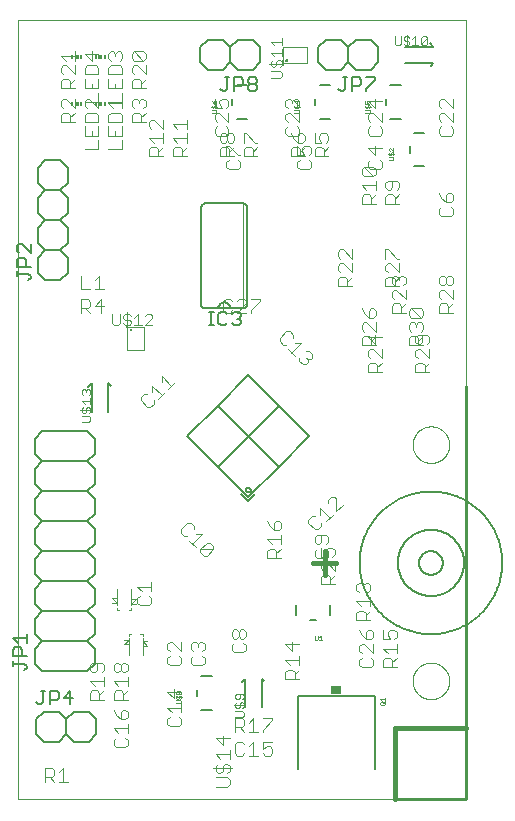
<source format=gto>
G75*
%MOIN*%
%OFA0B0*%
%FSLAX25Y25*%
%IPPOS*%
%LPD*%
%AMOC8*
5,1,8,0,0,1.08239X$1,22.5*
%
%ADD10C,0.00000*%
%ADD11C,0.01600*%
%ADD12C,0.01000*%
%ADD13C,0.00500*%
%ADD14C,0.00400*%
%ADD15C,0.00197*%
%ADD16C,0.00800*%
%ADD17C,0.00100*%
%ADD18C,0.00600*%
%ADD19C,0.00200*%
%ADD20R,0.03400X0.03000*%
%ADD21C,0.00300*%
%ADD22R,0.00591X0.01181*%
%ADD23R,0.01181X0.01181*%
D10*
X0004419Y0001800D02*
X0004419Y0261643D01*
X0154025Y0261643D01*
X0154045Y0001800D01*
X0004419Y0001800D01*
X0136114Y0041170D02*
X0136116Y0041326D01*
X0136122Y0041481D01*
X0136132Y0041637D01*
X0136146Y0041792D01*
X0136164Y0041947D01*
X0136185Y0042101D01*
X0136211Y0042255D01*
X0136241Y0042408D01*
X0136274Y0042560D01*
X0136312Y0042711D01*
X0136353Y0042861D01*
X0136398Y0043010D01*
X0136447Y0043158D01*
X0136500Y0043305D01*
X0136556Y0043450D01*
X0136616Y0043594D01*
X0136680Y0043736D01*
X0136747Y0043877D01*
X0136818Y0044015D01*
X0136893Y0044152D01*
X0136971Y0044287D01*
X0137052Y0044420D01*
X0137137Y0044551D01*
X0137225Y0044679D01*
X0137316Y0044806D01*
X0137410Y0044930D01*
X0137508Y0045051D01*
X0137609Y0045170D01*
X0137712Y0045286D01*
X0137819Y0045400D01*
X0137928Y0045511D01*
X0138041Y0045619D01*
X0138156Y0045724D01*
X0138273Y0045826D01*
X0138393Y0045925D01*
X0138516Y0046021D01*
X0138641Y0046114D01*
X0138769Y0046204D01*
X0138898Y0046290D01*
X0139030Y0046373D01*
X0139164Y0046453D01*
X0139300Y0046529D01*
X0139438Y0046602D01*
X0139577Y0046671D01*
X0139719Y0046736D01*
X0139862Y0046798D01*
X0140006Y0046856D01*
X0140152Y0046911D01*
X0140299Y0046962D01*
X0140448Y0047009D01*
X0140598Y0047052D01*
X0140748Y0047091D01*
X0140900Y0047127D01*
X0141053Y0047158D01*
X0141206Y0047186D01*
X0141360Y0047210D01*
X0141514Y0047230D01*
X0141669Y0047246D01*
X0141825Y0047258D01*
X0141980Y0047266D01*
X0142136Y0047270D01*
X0142292Y0047270D01*
X0142448Y0047266D01*
X0142603Y0047258D01*
X0142759Y0047246D01*
X0142914Y0047230D01*
X0143068Y0047210D01*
X0143222Y0047186D01*
X0143375Y0047158D01*
X0143528Y0047127D01*
X0143680Y0047091D01*
X0143830Y0047052D01*
X0143980Y0047009D01*
X0144129Y0046962D01*
X0144276Y0046911D01*
X0144422Y0046856D01*
X0144566Y0046798D01*
X0144709Y0046736D01*
X0144851Y0046671D01*
X0144990Y0046602D01*
X0145128Y0046529D01*
X0145264Y0046453D01*
X0145398Y0046373D01*
X0145530Y0046290D01*
X0145659Y0046204D01*
X0145787Y0046114D01*
X0145912Y0046021D01*
X0146035Y0045925D01*
X0146155Y0045826D01*
X0146272Y0045724D01*
X0146387Y0045619D01*
X0146500Y0045511D01*
X0146609Y0045400D01*
X0146716Y0045286D01*
X0146819Y0045170D01*
X0146920Y0045051D01*
X0147018Y0044930D01*
X0147112Y0044806D01*
X0147203Y0044679D01*
X0147291Y0044551D01*
X0147376Y0044420D01*
X0147457Y0044287D01*
X0147535Y0044152D01*
X0147610Y0044015D01*
X0147681Y0043877D01*
X0147748Y0043736D01*
X0147812Y0043594D01*
X0147872Y0043450D01*
X0147928Y0043305D01*
X0147981Y0043158D01*
X0148030Y0043010D01*
X0148075Y0042861D01*
X0148116Y0042711D01*
X0148154Y0042560D01*
X0148187Y0042408D01*
X0148217Y0042255D01*
X0148243Y0042101D01*
X0148264Y0041947D01*
X0148282Y0041792D01*
X0148296Y0041637D01*
X0148306Y0041481D01*
X0148312Y0041326D01*
X0148314Y0041170D01*
X0148312Y0041014D01*
X0148306Y0040859D01*
X0148296Y0040703D01*
X0148282Y0040548D01*
X0148264Y0040393D01*
X0148243Y0040239D01*
X0148217Y0040085D01*
X0148187Y0039932D01*
X0148154Y0039780D01*
X0148116Y0039629D01*
X0148075Y0039479D01*
X0148030Y0039330D01*
X0147981Y0039182D01*
X0147928Y0039035D01*
X0147872Y0038890D01*
X0147812Y0038746D01*
X0147748Y0038604D01*
X0147681Y0038463D01*
X0147610Y0038325D01*
X0147535Y0038188D01*
X0147457Y0038053D01*
X0147376Y0037920D01*
X0147291Y0037789D01*
X0147203Y0037661D01*
X0147112Y0037534D01*
X0147018Y0037410D01*
X0146920Y0037289D01*
X0146819Y0037170D01*
X0146716Y0037054D01*
X0146609Y0036940D01*
X0146500Y0036829D01*
X0146387Y0036721D01*
X0146272Y0036616D01*
X0146155Y0036514D01*
X0146035Y0036415D01*
X0145912Y0036319D01*
X0145787Y0036226D01*
X0145659Y0036136D01*
X0145530Y0036050D01*
X0145398Y0035967D01*
X0145264Y0035887D01*
X0145128Y0035811D01*
X0144990Y0035738D01*
X0144851Y0035669D01*
X0144709Y0035604D01*
X0144566Y0035542D01*
X0144422Y0035484D01*
X0144276Y0035429D01*
X0144129Y0035378D01*
X0143980Y0035331D01*
X0143830Y0035288D01*
X0143680Y0035249D01*
X0143528Y0035213D01*
X0143375Y0035182D01*
X0143222Y0035154D01*
X0143068Y0035130D01*
X0142914Y0035110D01*
X0142759Y0035094D01*
X0142603Y0035082D01*
X0142448Y0035074D01*
X0142292Y0035070D01*
X0142136Y0035070D01*
X0141980Y0035074D01*
X0141825Y0035082D01*
X0141669Y0035094D01*
X0141514Y0035110D01*
X0141360Y0035130D01*
X0141206Y0035154D01*
X0141053Y0035182D01*
X0140900Y0035213D01*
X0140748Y0035249D01*
X0140598Y0035288D01*
X0140448Y0035331D01*
X0140299Y0035378D01*
X0140152Y0035429D01*
X0140006Y0035484D01*
X0139862Y0035542D01*
X0139719Y0035604D01*
X0139577Y0035669D01*
X0139438Y0035738D01*
X0139300Y0035811D01*
X0139164Y0035887D01*
X0139030Y0035967D01*
X0138898Y0036050D01*
X0138769Y0036136D01*
X0138641Y0036226D01*
X0138516Y0036319D01*
X0138393Y0036415D01*
X0138273Y0036514D01*
X0138156Y0036616D01*
X0138041Y0036721D01*
X0137928Y0036829D01*
X0137819Y0036940D01*
X0137712Y0037054D01*
X0137609Y0037170D01*
X0137508Y0037289D01*
X0137410Y0037410D01*
X0137316Y0037534D01*
X0137225Y0037661D01*
X0137137Y0037789D01*
X0137052Y0037920D01*
X0136971Y0038053D01*
X0136893Y0038188D01*
X0136818Y0038325D01*
X0136747Y0038463D01*
X0136680Y0038604D01*
X0136616Y0038746D01*
X0136556Y0038890D01*
X0136500Y0039035D01*
X0136447Y0039182D01*
X0136398Y0039330D01*
X0136353Y0039479D01*
X0136312Y0039629D01*
X0136274Y0039780D01*
X0136241Y0039932D01*
X0136211Y0040085D01*
X0136185Y0040239D01*
X0136164Y0040393D01*
X0136146Y0040548D01*
X0136132Y0040703D01*
X0136122Y0040859D01*
X0136116Y0041014D01*
X0136114Y0041170D01*
X0136114Y0119910D02*
X0136116Y0120066D01*
X0136122Y0120221D01*
X0136132Y0120377D01*
X0136146Y0120532D01*
X0136164Y0120687D01*
X0136185Y0120841D01*
X0136211Y0120995D01*
X0136241Y0121148D01*
X0136274Y0121300D01*
X0136312Y0121451D01*
X0136353Y0121601D01*
X0136398Y0121750D01*
X0136447Y0121898D01*
X0136500Y0122045D01*
X0136556Y0122190D01*
X0136616Y0122334D01*
X0136680Y0122476D01*
X0136747Y0122617D01*
X0136818Y0122755D01*
X0136893Y0122892D01*
X0136971Y0123027D01*
X0137052Y0123160D01*
X0137137Y0123291D01*
X0137225Y0123419D01*
X0137316Y0123546D01*
X0137410Y0123670D01*
X0137508Y0123791D01*
X0137609Y0123910D01*
X0137712Y0124026D01*
X0137819Y0124140D01*
X0137928Y0124251D01*
X0138041Y0124359D01*
X0138156Y0124464D01*
X0138273Y0124566D01*
X0138393Y0124665D01*
X0138516Y0124761D01*
X0138641Y0124854D01*
X0138769Y0124944D01*
X0138898Y0125030D01*
X0139030Y0125113D01*
X0139164Y0125193D01*
X0139300Y0125269D01*
X0139438Y0125342D01*
X0139577Y0125411D01*
X0139719Y0125476D01*
X0139862Y0125538D01*
X0140006Y0125596D01*
X0140152Y0125651D01*
X0140299Y0125702D01*
X0140448Y0125749D01*
X0140598Y0125792D01*
X0140748Y0125831D01*
X0140900Y0125867D01*
X0141053Y0125898D01*
X0141206Y0125926D01*
X0141360Y0125950D01*
X0141514Y0125970D01*
X0141669Y0125986D01*
X0141825Y0125998D01*
X0141980Y0126006D01*
X0142136Y0126010D01*
X0142292Y0126010D01*
X0142448Y0126006D01*
X0142603Y0125998D01*
X0142759Y0125986D01*
X0142914Y0125970D01*
X0143068Y0125950D01*
X0143222Y0125926D01*
X0143375Y0125898D01*
X0143528Y0125867D01*
X0143680Y0125831D01*
X0143830Y0125792D01*
X0143980Y0125749D01*
X0144129Y0125702D01*
X0144276Y0125651D01*
X0144422Y0125596D01*
X0144566Y0125538D01*
X0144709Y0125476D01*
X0144851Y0125411D01*
X0144990Y0125342D01*
X0145128Y0125269D01*
X0145264Y0125193D01*
X0145398Y0125113D01*
X0145530Y0125030D01*
X0145659Y0124944D01*
X0145787Y0124854D01*
X0145912Y0124761D01*
X0146035Y0124665D01*
X0146155Y0124566D01*
X0146272Y0124464D01*
X0146387Y0124359D01*
X0146500Y0124251D01*
X0146609Y0124140D01*
X0146716Y0124026D01*
X0146819Y0123910D01*
X0146920Y0123791D01*
X0147018Y0123670D01*
X0147112Y0123546D01*
X0147203Y0123419D01*
X0147291Y0123291D01*
X0147376Y0123160D01*
X0147457Y0123027D01*
X0147535Y0122892D01*
X0147610Y0122755D01*
X0147681Y0122617D01*
X0147748Y0122476D01*
X0147812Y0122334D01*
X0147872Y0122190D01*
X0147928Y0122045D01*
X0147981Y0121898D01*
X0148030Y0121750D01*
X0148075Y0121601D01*
X0148116Y0121451D01*
X0148154Y0121300D01*
X0148187Y0121148D01*
X0148217Y0120995D01*
X0148243Y0120841D01*
X0148264Y0120687D01*
X0148282Y0120532D01*
X0148296Y0120377D01*
X0148306Y0120221D01*
X0148312Y0120066D01*
X0148314Y0119910D01*
X0148312Y0119754D01*
X0148306Y0119599D01*
X0148296Y0119443D01*
X0148282Y0119288D01*
X0148264Y0119133D01*
X0148243Y0118979D01*
X0148217Y0118825D01*
X0148187Y0118672D01*
X0148154Y0118520D01*
X0148116Y0118369D01*
X0148075Y0118219D01*
X0148030Y0118070D01*
X0147981Y0117922D01*
X0147928Y0117775D01*
X0147872Y0117630D01*
X0147812Y0117486D01*
X0147748Y0117344D01*
X0147681Y0117203D01*
X0147610Y0117065D01*
X0147535Y0116928D01*
X0147457Y0116793D01*
X0147376Y0116660D01*
X0147291Y0116529D01*
X0147203Y0116401D01*
X0147112Y0116274D01*
X0147018Y0116150D01*
X0146920Y0116029D01*
X0146819Y0115910D01*
X0146716Y0115794D01*
X0146609Y0115680D01*
X0146500Y0115569D01*
X0146387Y0115461D01*
X0146272Y0115356D01*
X0146155Y0115254D01*
X0146035Y0115155D01*
X0145912Y0115059D01*
X0145787Y0114966D01*
X0145659Y0114876D01*
X0145530Y0114790D01*
X0145398Y0114707D01*
X0145264Y0114627D01*
X0145128Y0114551D01*
X0144990Y0114478D01*
X0144851Y0114409D01*
X0144709Y0114344D01*
X0144566Y0114282D01*
X0144422Y0114224D01*
X0144276Y0114169D01*
X0144129Y0114118D01*
X0143980Y0114071D01*
X0143830Y0114028D01*
X0143680Y0113989D01*
X0143528Y0113953D01*
X0143375Y0113922D01*
X0143222Y0113894D01*
X0143068Y0113870D01*
X0142914Y0113850D01*
X0142759Y0113834D01*
X0142603Y0113822D01*
X0142448Y0113814D01*
X0142292Y0113810D01*
X0142136Y0113810D01*
X0141980Y0113814D01*
X0141825Y0113822D01*
X0141669Y0113834D01*
X0141514Y0113850D01*
X0141360Y0113870D01*
X0141206Y0113894D01*
X0141053Y0113922D01*
X0140900Y0113953D01*
X0140748Y0113989D01*
X0140598Y0114028D01*
X0140448Y0114071D01*
X0140299Y0114118D01*
X0140152Y0114169D01*
X0140006Y0114224D01*
X0139862Y0114282D01*
X0139719Y0114344D01*
X0139577Y0114409D01*
X0139438Y0114478D01*
X0139300Y0114551D01*
X0139164Y0114627D01*
X0139030Y0114707D01*
X0138898Y0114790D01*
X0138769Y0114876D01*
X0138641Y0114966D01*
X0138516Y0115059D01*
X0138393Y0115155D01*
X0138273Y0115254D01*
X0138156Y0115356D01*
X0138041Y0115461D01*
X0137928Y0115569D01*
X0137819Y0115680D01*
X0137712Y0115794D01*
X0137609Y0115910D01*
X0137508Y0116029D01*
X0137410Y0116150D01*
X0137316Y0116274D01*
X0137225Y0116401D01*
X0137137Y0116529D01*
X0137052Y0116660D01*
X0136971Y0116793D01*
X0136893Y0116928D01*
X0136818Y0117065D01*
X0136747Y0117203D01*
X0136680Y0117344D01*
X0136616Y0117486D01*
X0136556Y0117630D01*
X0136500Y0117775D01*
X0136447Y0117922D01*
X0136398Y0118070D01*
X0136353Y0118219D01*
X0136312Y0118369D01*
X0136274Y0118520D01*
X0136241Y0118672D01*
X0136211Y0118825D01*
X0136185Y0118979D01*
X0136164Y0119133D01*
X0136146Y0119288D01*
X0136132Y0119443D01*
X0136122Y0119599D01*
X0136116Y0119754D01*
X0136114Y0119910D01*
D11*
X0110718Y0080540D02*
X0102844Y0080540D01*
X0106781Y0076603D02*
X0106781Y0084477D01*
X0130403Y0025422D02*
X0154025Y0025422D01*
X0130403Y0025422D02*
X0130403Y0001800D01*
D12*
X0154025Y0001800D01*
X0154025Y0025422D01*
X0154025Y0139595D01*
D13*
X0118464Y0080540D02*
X0118471Y0081123D01*
X0118493Y0081705D01*
X0118528Y0082287D01*
X0118578Y0082868D01*
X0118643Y0083447D01*
X0118721Y0084025D01*
X0118814Y0084600D01*
X0118920Y0085173D01*
X0119041Y0085744D01*
X0119176Y0086311D01*
X0119324Y0086874D01*
X0119487Y0087434D01*
X0119663Y0087990D01*
X0119852Y0088541D01*
X0120055Y0089088D01*
X0120272Y0089629D01*
X0120502Y0090164D01*
X0120744Y0090694D01*
X0121000Y0091218D01*
X0121268Y0091736D01*
X0121549Y0092246D01*
X0121843Y0092750D01*
X0122149Y0093246D01*
X0122467Y0093735D01*
X0122796Y0094215D01*
X0123138Y0094688D01*
X0123491Y0095152D01*
X0123855Y0095607D01*
X0124230Y0096053D01*
X0124616Y0096490D01*
X0125013Y0096917D01*
X0125420Y0097334D01*
X0125837Y0097741D01*
X0126264Y0098138D01*
X0126701Y0098524D01*
X0127147Y0098899D01*
X0127602Y0099263D01*
X0128066Y0099616D01*
X0128539Y0099958D01*
X0129019Y0100287D01*
X0129508Y0100605D01*
X0130004Y0100911D01*
X0130508Y0101205D01*
X0131018Y0101486D01*
X0131536Y0101754D01*
X0132060Y0102010D01*
X0132590Y0102252D01*
X0133125Y0102482D01*
X0133666Y0102699D01*
X0134213Y0102902D01*
X0134764Y0103091D01*
X0135320Y0103267D01*
X0135880Y0103430D01*
X0136443Y0103578D01*
X0137010Y0103713D01*
X0137581Y0103834D01*
X0138154Y0103940D01*
X0138729Y0104033D01*
X0139307Y0104111D01*
X0139886Y0104176D01*
X0140467Y0104226D01*
X0141049Y0104261D01*
X0141631Y0104283D01*
X0142214Y0104290D01*
X0142797Y0104283D01*
X0143379Y0104261D01*
X0143961Y0104226D01*
X0144542Y0104176D01*
X0145121Y0104111D01*
X0145699Y0104033D01*
X0146274Y0103940D01*
X0146847Y0103834D01*
X0147418Y0103713D01*
X0147985Y0103578D01*
X0148548Y0103430D01*
X0149108Y0103267D01*
X0149664Y0103091D01*
X0150215Y0102902D01*
X0150762Y0102699D01*
X0151303Y0102482D01*
X0151838Y0102252D01*
X0152368Y0102010D01*
X0152892Y0101754D01*
X0153410Y0101486D01*
X0153920Y0101205D01*
X0154424Y0100911D01*
X0154920Y0100605D01*
X0155409Y0100287D01*
X0155889Y0099958D01*
X0156362Y0099616D01*
X0156826Y0099263D01*
X0157281Y0098899D01*
X0157727Y0098524D01*
X0158164Y0098138D01*
X0158591Y0097741D01*
X0159008Y0097334D01*
X0159415Y0096917D01*
X0159812Y0096490D01*
X0160198Y0096053D01*
X0160573Y0095607D01*
X0160937Y0095152D01*
X0161290Y0094688D01*
X0161632Y0094215D01*
X0161961Y0093735D01*
X0162279Y0093246D01*
X0162585Y0092750D01*
X0162879Y0092246D01*
X0163160Y0091736D01*
X0163428Y0091218D01*
X0163684Y0090694D01*
X0163926Y0090164D01*
X0164156Y0089629D01*
X0164373Y0089088D01*
X0164576Y0088541D01*
X0164765Y0087990D01*
X0164941Y0087434D01*
X0165104Y0086874D01*
X0165252Y0086311D01*
X0165387Y0085744D01*
X0165508Y0085173D01*
X0165614Y0084600D01*
X0165707Y0084025D01*
X0165785Y0083447D01*
X0165850Y0082868D01*
X0165900Y0082287D01*
X0165935Y0081705D01*
X0165957Y0081123D01*
X0165964Y0080540D01*
X0165957Y0079957D01*
X0165935Y0079375D01*
X0165900Y0078793D01*
X0165850Y0078212D01*
X0165785Y0077633D01*
X0165707Y0077055D01*
X0165614Y0076480D01*
X0165508Y0075907D01*
X0165387Y0075336D01*
X0165252Y0074769D01*
X0165104Y0074206D01*
X0164941Y0073646D01*
X0164765Y0073090D01*
X0164576Y0072539D01*
X0164373Y0071992D01*
X0164156Y0071451D01*
X0163926Y0070916D01*
X0163684Y0070386D01*
X0163428Y0069862D01*
X0163160Y0069344D01*
X0162879Y0068834D01*
X0162585Y0068330D01*
X0162279Y0067834D01*
X0161961Y0067345D01*
X0161632Y0066865D01*
X0161290Y0066392D01*
X0160937Y0065928D01*
X0160573Y0065473D01*
X0160198Y0065027D01*
X0159812Y0064590D01*
X0159415Y0064163D01*
X0159008Y0063746D01*
X0158591Y0063339D01*
X0158164Y0062942D01*
X0157727Y0062556D01*
X0157281Y0062181D01*
X0156826Y0061817D01*
X0156362Y0061464D01*
X0155889Y0061122D01*
X0155409Y0060793D01*
X0154920Y0060475D01*
X0154424Y0060169D01*
X0153920Y0059875D01*
X0153410Y0059594D01*
X0152892Y0059326D01*
X0152368Y0059070D01*
X0151838Y0058828D01*
X0151303Y0058598D01*
X0150762Y0058381D01*
X0150215Y0058178D01*
X0149664Y0057989D01*
X0149108Y0057813D01*
X0148548Y0057650D01*
X0147985Y0057502D01*
X0147418Y0057367D01*
X0146847Y0057246D01*
X0146274Y0057140D01*
X0145699Y0057047D01*
X0145121Y0056969D01*
X0144542Y0056904D01*
X0143961Y0056854D01*
X0143379Y0056819D01*
X0142797Y0056797D01*
X0142214Y0056790D01*
X0141631Y0056797D01*
X0141049Y0056819D01*
X0140467Y0056854D01*
X0139886Y0056904D01*
X0139307Y0056969D01*
X0138729Y0057047D01*
X0138154Y0057140D01*
X0137581Y0057246D01*
X0137010Y0057367D01*
X0136443Y0057502D01*
X0135880Y0057650D01*
X0135320Y0057813D01*
X0134764Y0057989D01*
X0134213Y0058178D01*
X0133666Y0058381D01*
X0133125Y0058598D01*
X0132590Y0058828D01*
X0132060Y0059070D01*
X0131536Y0059326D01*
X0131018Y0059594D01*
X0130508Y0059875D01*
X0130004Y0060169D01*
X0129508Y0060475D01*
X0129019Y0060793D01*
X0128539Y0061122D01*
X0128066Y0061464D01*
X0127602Y0061817D01*
X0127147Y0062181D01*
X0126701Y0062556D01*
X0126264Y0062942D01*
X0125837Y0063339D01*
X0125420Y0063746D01*
X0125013Y0064163D01*
X0124616Y0064590D01*
X0124230Y0065027D01*
X0123855Y0065473D01*
X0123491Y0065928D01*
X0123138Y0066392D01*
X0122796Y0066865D01*
X0122467Y0067345D01*
X0122149Y0067834D01*
X0121843Y0068330D01*
X0121549Y0068834D01*
X0121268Y0069344D01*
X0121000Y0069862D01*
X0120744Y0070386D01*
X0120502Y0070916D01*
X0120272Y0071451D01*
X0120055Y0071992D01*
X0119852Y0072539D01*
X0119663Y0073090D01*
X0119487Y0073646D01*
X0119324Y0074206D01*
X0119176Y0074769D01*
X0119041Y0075336D01*
X0118920Y0075907D01*
X0118814Y0076480D01*
X0118721Y0077055D01*
X0118643Y0077633D01*
X0118578Y0078212D01*
X0118528Y0078793D01*
X0118493Y0079375D01*
X0118471Y0079957D01*
X0118464Y0080540D01*
X0131190Y0080540D02*
X0131193Y0080811D01*
X0131203Y0081081D01*
X0131220Y0081351D01*
X0131243Y0081621D01*
X0131273Y0081889D01*
X0131309Y0082158D01*
X0131352Y0082425D01*
X0131402Y0082691D01*
X0131458Y0082955D01*
X0131520Y0083219D01*
X0131589Y0083480D01*
X0131665Y0083740D01*
X0131746Y0083998D01*
X0131834Y0084254D01*
X0131929Y0084507D01*
X0132029Y0084759D01*
X0132136Y0085007D01*
X0132248Y0085253D01*
X0132367Y0085497D01*
X0132492Y0085737D01*
X0132622Y0085974D01*
X0132758Y0086207D01*
X0132900Y0086438D01*
X0133048Y0086665D01*
X0133201Y0086888D01*
X0133359Y0087107D01*
X0133523Y0087322D01*
X0133692Y0087534D01*
X0133867Y0087741D01*
X0134046Y0087943D01*
X0134230Y0088141D01*
X0134419Y0088335D01*
X0134613Y0088524D01*
X0134811Y0088708D01*
X0135013Y0088887D01*
X0135220Y0089062D01*
X0135432Y0089231D01*
X0135647Y0089395D01*
X0135866Y0089553D01*
X0136089Y0089706D01*
X0136316Y0089854D01*
X0136547Y0089996D01*
X0136780Y0090132D01*
X0137017Y0090262D01*
X0137257Y0090387D01*
X0137501Y0090506D01*
X0137747Y0090618D01*
X0137995Y0090725D01*
X0138247Y0090825D01*
X0138500Y0090920D01*
X0138756Y0091008D01*
X0139014Y0091089D01*
X0139274Y0091165D01*
X0139535Y0091234D01*
X0139799Y0091296D01*
X0140063Y0091352D01*
X0140329Y0091402D01*
X0140596Y0091445D01*
X0140865Y0091481D01*
X0141133Y0091511D01*
X0141403Y0091534D01*
X0141673Y0091551D01*
X0141943Y0091561D01*
X0142214Y0091564D01*
X0142485Y0091561D01*
X0142755Y0091551D01*
X0143025Y0091534D01*
X0143295Y0091511D01*
X0143563Y0091481D01*
X0143832Y0091445D01*
X0144099Y0091402D01*
X0144365Y0091352D01*
X0144629Y0091296D01*
X0144893Y0091234D01*
X0145154Y0091165D01*
X0145414Y0091089D01*
X0145672Y0091008D01*
X0145928Y0090920D01*
X0146181Y0090825D01*
X0146433Y0090725D01*
X0146681Y0090618D01*
X0146927Y0090506D01*
X0147171Y0090387D01*
X0147411Y0090262D01*
X0147648Y0090132D01*
X0147881Y0089996D01*
X0148112Y0089854D01*
X0148339Y0089706D01*
X0148562Y0089553D01*
X0148781Y0089395D01*
X0148996Y0089231D01*
X0149208Y0089062D01*
X0149415Y0088887D01*
X0149617Y0088708D01*
X0149815Y0088524D01*
X0150009Y0088335D01*
X0150198Y0088141D01*
X0150382Y0087943D01*
X0150561Y0087741D01*
X0150736Y0087534D01*
X0150905Y0087322D01*
X0151069Y0087107D01*
X0151227Y0086888D01*
X0151380Y0086665D01*
X0151528Y0086438D01*
X0151670Y0086207D01*
X0151806Y0085974D01*
X0151936Y0085737D01*
X0152061Y0085497D01*
X0152180Y0085253D01*
X0152292Y0085007D01*
X0152399Y0084759D01*
X0152499Y0084507D01*
X0152594Y0084254D01*
X0152682Y0083998D01*
X0152763Y0083740D01*
X0152839Y0083480D01*
X0152908Y0083219D01*
X0152970Y0082955D01*
X0153026Y0082691D01*
X0153076Y0082425D01*
X0153119Y0082158D01*
X0153155Y0081889D01*
X0153185Y0081621D01*
X0153208Y0081351D01*
X0153225Y0081081D01*
X0153235Y0080811D01*
X0153238Y0080540D01*
X0153235Y0080269D01*
X0153225Y0079999D01*
X0153208Y0079729D01*
X0153185Y0079459D01*
X0153155Y0079191D01*
X0153119Y0078922D01*
X0153076Y0078655D01*
X0153026Y0078389D01*
X0152970Y0078125D01*
X0152908Y0077861D01*
X0152839Y0077600D01*
X0152763Y0077340D01*
X0152682Y0077082D01*
X0152594Y0076826D01*
X0152499Y0076573D01*
X0152399Y0076321D01*
X0152292Y0076073D01*
X0152180Y0075827D01*
X0152061Y0075583D01*
X0151936Y0075343D01*
X0151806Y0075106D01*
X0151670Y0074873D01*
X0151528Y0074642D01*
X0151380Y0074415D01*
X0151227Y0074192D01*
X0151069Y0073973D01*
X0150905Y0073758D01*
X0150736Y0073546D01*
X0150561Y0073339D01*
X0150382Y0073137D01*
X0150198Y0072939D01*
X0150009Y0072745D01*
X0149815Y0072556D01*
X0149617Y0072372D01*
X0149415Y0072193D01*
X0149208Y0072018D01*
X0148996Y0071849D01*
X0148781Y0071685D01*
X0148562Y0071527D01*
X0148339Y0071374D01*
X0148112Y0071226D01*
X0147881Y0071084D01*
X0147648Y0070948D01*
X0147411Y0070818D01*
X0147171Y0070693D01*
X0146927Y0070574D01*
X0146681Y0070462D01*
X0146433Y0070355D01*
X0146181Y0070255D01*
X0145928Y0070160D01*
X0145672Y0070072D01*
X0145414Y0069991D01*
X0145154Y0069915D01*
X0144893Y0069846D01*
X0144629Y0069784D01*
X0144365Y0069728D01*
X0144099Y0069678D01*
X0143832Y0069635D01*
X0143563Y0069599D01*
X0143295Y0069569D01*
X0143025Y0069546D01*
X0142755Y0069529D01*
X0142485Y0069519D01*
X0142214Y0069516D01*
X0141943Y0069519D01*
X0141673Y0069529D01*
X0141403Y0069546D01*
X0141133Y0069569D01*
X0140865Y0069599D01*
X0140596Y0069635D01*
X0140329Y0069678D01*
X0140063Y0069728D01*
X0139799Y0069784D01*
X0139535Y0069846D01*
X0139274Y0069915D01*
X0139014Y0069991D01*
X0138756Y0070072D01*
X0138500Y0070160D01*
X0138247Y0070255D01*
X0137995Y0070355D01*
X0137747Y0070462D01*
X0137501Y0070574D01*
X0137257Y0070693D01*
X0137017Y0070818D01*
X0136780Y0070948D01*
X0136547Y0071084D01*
X0136316Y0071226D01*
X0136089Y0071374D01*
X0135866Y0071527D01*
X0135647Y0071685D01*
X0135432Y0071849D01*
X0135220Y0072018D01*
X0135013Y0072193D01*
X0134811Y0072372D01*
X0134613Y0072556D01*
X0134419Y0072745D01*
X0134230Y0072939D01*
X0134046Y0073137D01*
X0133867Y0073339D01*
X0133692Y0073546D01*
X0133523Y0073758D01*
X0133359Y0073973D01*
X0133201Y0074192D01*
X0133048Y0074415D01*
X0132900Y0074642D01*
X0132758Y0074873D01*
X0132622Y0075106D01*
X0132492Y0075343D01*
X0132367Y0075583D01*
X0132248Y0075827D01*
X0132136Y0076073D01*
X0132029Y0076321D01*
X0131929Y0076573D01*
X0131834Y0076826D01*
X0131746Y0077082D01*
X0131665Y0077340D01*
X0131589Y0077600D01*
X0131520Y0077861D01*
X0131458Y0078125D01*
X0131402Y0078389D01*
X0131352Y0078655D01*
X0131309Y0078922D01*
X0131273Y0079191D01*
X0131243Y0079459D01*
X0131220Y0079729D01*
X0131203Y0079999D01*
X0131193Y0080269D01*
X0131190Y0080540D01*
X0138277Y0080540D02*
X0138279Y0080665D01*
X0138285Y0080790D01*
X0138295Y0080914D01*
X0138309Y0081038D01*
X0138326Y0081162D01*
X0138348Y0081285D01*
X0138374Y0081407D01*
X0138403Y0081529D01*
X0138436Y0081649D01*
X0138474Y0081768D01*
X0138514Y0081887D01*
X0138559Y0082003D01*
X0138607Y0082118D01*
X0138659Y0082232D01*
X0138715Y0082344D01*
X0138774Y0082454D01*
X0138836Y0082562D01*
X0138902Y0082669D01*
X0138971Y0082773D01*
X0139044Y0082874D01*
X0139119Y0082974D01*
X0139198Y0083071D01*
X0139280Y0083165D01*
X0139365Y0083257D01*
X0139452Y0083346D01*
X0139543Y0083432D01*
X0139636Y0083515D01*
X0139732Y0083596D01*
X0139830Y0083673D01*
X0139930Y0083747D01*
X0140033Y0083818D01*
X0140138Y0083885D01*
X0140246Y0083950D01*
X0140355Y0084010D01*
X0140466Y0084068D01*
X0140579Y0084121D01*
X0140693Y0084171D01*
X0140809Y0084218D01*
X0140926Y0084260D01*
X0141045Y0084299D01*
X0141165Y0084335D01*
X0141286Y0084366D01*
X0141408Y0084394D01*
X0141530Y0084417D01*
X0141654Y0084437D01*
X0141778Y0084453D01*
X0141902Y0084465D01*
X0142027Y0084473D01*
X0142152Y0084477D01*
X0142276Y0084477D01*
X0142401Y0084473D01*
X0142526Y0084465D01*
X0142650Y0084453D01*
X0142774Y0084437D01*
X0142898Y0084417D01*
X0143020Y0084394D01*
X0143142Y0084366D01*
X0143263Y0084335D01*
X0143383Y0084299D01*
X0143502Y0084260D01*
X0143619Y0084218D01*
X0143735Y0084171D01*
X0143849Y0084121D01*
X0143962Y0084068D01*
X0144073Y0084010D01*
X0144183Y0083950D01*
X0144290Y0083885D01*
X0144395Y0083818D01*
X0144498Y0083747D01*
X0144598Y0083673D01*
X0144696Y0083596D01*
X0144792Y0083515D01*
X0144885Y0083432D01*
X0144976Y0083346D01*
X0145063Y0083257D01*
X0145148Y0083165D01*
X0145230Y0083071D01*
X0145309Y0082974D01*
X0145384Y0082874D01*
X0145457Y0082773D01*
X0145526Y0082669D01*
X0145592Y0082562D01*
X0145654Y0082454D01*
X0145713Y0082344D01*
X0145769Y0082232D01*
X0145821Y0082118D01*
X0145869Y0082003D01*
X0145914Y0081887D01*
X0145954Y0081768D01*
X0145992Y0081649D01*
X0146025Y0081529D01*
X0146054Y0081407D01*
X0146080Y0081285D01*
X0146102Y0081162D01*
X0146119Y0081038D01*
X0146133Y0080914D01*
X0146143Y0080790D01*
X0146149Y0080665D01*
X0146151Y0080540D01*
X0146149Y0080415D01*
X0146143Y0080290D01*
X0146133Y0080166D01*
X0146119Y0080042D01*
X0146102Y0079918D01*
X0146080Y0079795D01*
X0146054Y0079673D01*
X0146025Y0079551D01*
X0145992Y0079431D01*
X0145954Y0079312D01*
X0145914Y0079193D01*
X0145869Y0079077D01*
X0145821Y0078962D01*
X0145769Y0078848D01*
X0145713Y0078736D01*
X0145654Y0078626D01*
X0145592Y0078518D01*
X0145526Y0078411D01*
X0145457Y0078307D01*
X0145384Y0078206D01*
X0145309Y0078106D01*
X0145230Y0078009D01*
X0145148Y0077915D01*
X0145063Y0077823D01*
X0144976Y0077734D01*
X0144885Y0077648D01*
X0144792Y0077565D01*
X0144696Y0077484D01*
X0144598Y0077407D01*
X0144498Y0077333D01*
X0144395Y0077262D01*
X0144290Y0077195D01*
X0144182Y0077130D01*
X0144073Y0077070D01*
X0143962Y0077012D01*
X0143849Y0076959D01*
X0143735Y0076909D01*
X0143619Y0076862D01*
X0143502Y0076820D01*
X0143383Y0076781D01*
X0143263Y0076745D01*
X0143142Y0076714D01*
X0143020Y0076686D01*
X0142898Y0076663D01*
X0142774Y0076643D01*
X0142650Y0076627D01*
X0142526Y0076615D01*
X0142401Y0076607D01*
X0142276Y0076603D01*
X0142152Y0076603D01*
X0142027Y0076607D01*
X0141902Y0076615D01*
X0141778Y0076627D01*
X0141654Y0076643D01*
X0141530Y0076663D01*
X0141408Y0076686D01*
X0141286Y0076714D01*
X0141165Y0076745D01*
X0141045Y0076781D01*
X0140926Y0076820D01*
X0140809Y0076862D01*
X0140693Y0076909D01*
X0140579Y0076959D01*
X0140466Y0077012D01*
X0140355Y0077070D01*
X0140245Y0077130D01*
X0140138Y0077195D01*
X0140033Y0077262D01*
X0139930Y0077333D01*
X0139830Y0077407D01*
X0139732Y0077484D01*
X0139636Y0077565D01*
X0139543Y0077648D01*
X0139452Y0077734D01*
X0139365Y0077823D01*
X0139280Y0077915D01*
X0139198Y0078009D01*
X0139119Y0078106D01*
X0139044Y0078206D01*
X0138971Y0078307D01*
X0138902Y0078411D01*
X0138836Y0078518D01*
X0138774Y0078626D01*
X0138715Y0078736D01*
X0138659Y0078848D01*
X0138607Y0078962D01*
X0138559Y0079077D01*
X0138514Y0079193D01*
X0138474Y0079312D01*
X0138436Y0079431D01*
X0138403Y0079551D01*
X0138374Y0079673D01*
X0138348Y0079795D01*
X0138326Y0079918D01*
X0138309Y0080042D01*
X0138295Y0080166D01*
X0138285Y0080290D01*
X0138279Y0080415D01*
X0138277Y0080540D01*
X0101672Y0122675D02*
X0091510Y0112514D01*
X0071188Y0132836D01*
X0081349Y0142997D01*
X0091510Y0132836D01*
X0071188Y0112514D01*
X0061027Y0122675D01*
X0071188Y0132836D01*
X0071188Y0112514D02*
X0081349Y0102353D01*
X0091510Y0112514D01*
X0083716Y0103605D02*
X0081349Y0101239D01*
X0078983Y0103605D01*
X0080562Y0104858D02*
X0080564Y0104914D01*
X0080570Y0104969D01*
X0080580Y0105023D01*
X0080593Y0105077D01*
X0080611Y0105130D01*
X0080632Y0105181D01*
X0080656Y0105231D01*
X0080684Y0105279D01*
X0080716Y0105325D01*
X0080750Y0105369D01*
X0080788Y0105410D01*
X0080828Y0105448D01*
X0080871Y0105483D01*
X0080916Y0105515D01*
X0080964Y0105544D01*
X0081013Y0105570D01*
X0081064Y0105592D01*
X0081116Y0105610D01*
X0081170Y0105624D01*
X0081225Y0105635D01*
X0081280Y0105642D01*
X0081335Y0105645D01*
X0081391Y0105644D01*
X0081446Y0105639D01*
X0081501Y0105630D01*
X0081555Y0105618D01*
X0081608Y0105601D01*
X0081660Y0105581D01*
X0081710Y0105557D01*
X0081758Y0105530D01*
X0081805Y0105500D01*
X0081849Y0105466D01*
X0081891Y0105429D01*
X0081929Y0105389D01*
X0081966Y0105347D01*
X0081999Y0105302D01*
X0082028Y0105256D01*
X0082055Y0105207D01*
X0082077Y0105156D01*
X0082097Y0105104D01*
X0082112Y0105050D01*
X0082124Y0104996D01*
X0082132Y0104941D01*
X0082136Y0104886D01*
X0082136Y0104830D01*
X0082132Y0104775D01*
X0082124Y0104720D01*
X0082112Y0104666D01*
X0082097Y0104612D01*
X0082077Y0104560D01*
X0082055Y0104509D01*
X0082028Y0104460D01*
X0081999Y0104414D01*
X0081966Y0104369D01*
X0081929Y0104327D01*
X0081891Y0104287D01*
X0081849Y0104250D01*
X0081805Y0104216D01*
X0081758Y0104186D01*
X0081710Y0104159D01*
X0081660Y0104135D01*
X0081608Y0104115D01*
X0081555Y0104098D01*
X0081501Y0104086D01*
X0081446Y0104077D01*
X0081391Y0104072D01*
X0081335Y0104071D01*
X0081280Y0104074D01*
X0081225Y0104081D01*
X0081170Y0104092D01*
X0081116Y0104106D01*
X0081064Y0104124D01*
X0081013Y0104146D01*
X0080964Y0104172D01*
X0080916Y0104201D01*
X0080871Y0104233D01*
X0080828Y0104268D01*
X0080788Y0104306D01*
X0080750Y0104347D01*
X0080716Y0104391D01*
X0080684Y0104437D01*
X0080656Y0104485D01*
X0080632Y0104535D01*
X0080611Y0104586D01*
X0080593Y0104639D01*
X0080580Y0104693D01*
X0080570Y0104747D01*
X0080564Y0104802D01*
X0080562Y0104858D01*
X0101672Y0122675D02*
X0091510Y0132836D01*
X0078214Y0159652D02*
X0076713Y0159652D01*
X0075962Y0160403D01*
X0074361Y0160403D02*
X0073610Y0159652D01*
X0072109Y0159652D01*
X0071358Y0160403D01*
X0071358Y0163406D01*
X0072109Y0164156D01*
X0073610Y0164156D01*
X0074361Y0163406D01*
X0075962Y0163406D02*
X0076713Y0164156D01*
X0078214Y0164156D01*
X0078965Y0163406D01*
X0078965Y0162655D01*
X0078214Y0161904D01*
X0078965Y0161154D01*
X0078965Y0160403D01*
X0078214Y0159652D01*
X0078214Y0161904D02*
X0077464Y0161904D01*
X0069790Y0159652D02*
X0068289Y0159652D01*
X0069040Y0159652D02*
X0069040Y0164156D01*
X0069790Y0164156D02*
X0068289Y0164156D01*
X0035521Y0139595D02*
X0034734Y0140383D01*
X0034734Y0130934D01*
X0029222Y0130934D02*
X0029222Y0140383D01*
X0028041Y0139202D01*
X0008029Y0174663D02*
X0008780Y0175414D01*
X0008780Y0176165D01*
X0008029Y0176915D01*
X0004276Y0176915D01*
X0004276Y0176165D02*
X0004276Y0177666D01*
X0004276Y0179267D02*
X0004276Y0181519D01*
X0005026Y0182270D01*
X0006528Y0182270D01*
X0007278Y0181519D01*
X0007278Y0179267D01*
X0008780Y0179267D02*
X0004276Y0179267D01*
X0005026Y0183871D02*
X0004276Y0184622D01*
X0004276Y0186123D01*
X0005026Y0186874D01*
X0005777Y0186874D01*
X0008780Y0183871D01*
X0008780Y0186874D01*
X0072023Y0238632D02*
X0072774Y0237881D01*
X0073524Y0237881D01*
X0074275Y0238632D01*
X0074275Y0242385D01*
X0073524Y0242385D02*
X0075026Y0242385D01*
X0076627Y0242385D02*
X0078879Y0242385D01*
X0079629Y0241635D01*
X0079629Y0240133D01*
X0078879Y0239383D01*
X0076627Y0239383D01*
X0076627Y0237881D02*
X0076627Y0242385D01*
X0081231Y0241635D02*
X0081231Y0240884D01*
X0081981Y0240133D01*
X0083483Y0240133D01*
X0084233Y0239383D01*
X0084233Y0238632D01*
X0083483Y0237881D01*
X0081981Y0237881D01*
X0081231Y0238632D01*
X0081231Y0239383D01*
X0081981Y0240133D01*
X0083483Y0240133D02*
X0084233Y0240884D01*
X0084233Y0241635D01*
X0083483Y0242385D01*
X0081981Y0242385D01*
X0081231Y0241635D01*
X0111393Y0238632D02*
X0112144Y0237881D01*
X0112894Y0237881D01*
X0113645Y0238632D01*
X0113645Y0242385D01*
X0112894Y0242385D02*
X0114396Y0242385D01*
X0115997Y0242385D02*
X0118249Y0242385D01*
X0119000Y0241635D01*
X0119000Y0240133D01*
X0118249Y0239383D01*
X0115997Y0239383D01*
X0115997Y0237881D02*
X0115997Y0242385D01*
X0120601Y0242385D02*
X0123603Y0242385D01*
X0123603Y0241635D01*
X0120601Y0238632D01*
X0120601Y0237881D01*
X0133552Y0247076D02*
X0143001Y0247076D01*
X0142214Y0246288D01*
X0143001Y0252587D02*
X0141820Y0253769D01*
X0143001Y0252587D02*
X0133552Y0252587D01*
X0007417Y0056938D02*
X0007417Y0053935D01*
X0007417Y0055436D02*
X0002913Y0055436D01*
X0004414Y0053935D01*
X0003663Y0052334D02*
X0002913Y0051583D01*
X0002913Y0049331D01*
X0007417Y0049331D01*
X0005915Y0049331D02*
X0005915Y0051583D01*
X0005165Y0052334D01*
X0003663Y0052334D01*
X0002913Y0047730D02*
X0002913Y0046228D01*
X0002913Y0046979D02*
X0006666Y0046979D01*
X0007417Y0046228D01*
X0007417Y0045478D01*
X0006666Y0044727D01*
X0012110Y0037868D02*
X0013611Y0037868D01*
X0012861Y0037868D02*
X0012861Y0034115D01*
X0012110Y0033364D01*
X0011359Y0033364D01*
X0010609Y0034115D01*
X0015213Y0034865D02*
X0017465Y0034865D01*
X0018215Y0035616D01*
X0018215Y0037117D01*
X0017465Y0037868D01*
X0015213Y0037868D01*
X0015213Y0033364D01*
X0019817Y0035616D02*
X0022819Y0035616D01*
X0022069Y0033364D02*
X0022069Y0037868D01*
X0019817Y0035616D01*
X0079222Y0040776D02*
X0080403Y0041957D01*
X0080403Y0032509D01*
X0085915Y0032509D02*
X0085915Y0041957D01*
X0086702Y0041170D01*
D14*
X0079691Y0050681D02*
X0080459Y0051448D01*
X0080459Y0052983D01*
X0079691Y0053750D01*
X0079691Y0055285D02*
X0078924Y0055285D01*
X0078157Y0056052D01*
X0078157Y0057587D01*
X0078924Y0058354D01*
X0079691Y0058354D01*
X0080459Y0057587D01*
X0080459Y0056052D01*
X0079691Y0055285D01*
X0078157Y0056052D02*
X0077390Y0055285D01*
X0076622Y0055285D01*
X0075855Y0056052D01*
X0075855Y0057587D01*
X0076622Y0058354D01*
X0077390Y0058354D01*
X0078157Y0057587D01*
X0076622Y0053750D02*
X0075855Y0052983D01*
X0075855Y0051448D01*
X0076622Y0050681D01*
X0079691Y0050681D01*
X0066837Y0051844D02*
X0066069Y0051077D01*
X0066837Y0051844D02*
X0066837Y0053379D01*
X0066069Y0054146D01*
X0065302Y0054146D01*
X0064535Y0053379D01*
X0064535Y0052612D01*
X0064535Y0053379D02*
X0063767Y0054146D01*
X0063000Y0054146D01*
X0062233Y0053379D01*
X0062233Y0051844D01*
X0063000Y0051077D01*
X0063000Y0049543D02*
X0062233Y0048775D01*
X0062233Y0047241D01*
X0063000Y0046473D01*
X0066069Y0046473D01*
X0066837Y0047241D01*
X0066837Y0048775D01*
X0066069Y0049543D01*
X0058963Y0048775D02*
X0058963Y0047241D01*
X0058195Y0046473D01*
X0055126Y0046473D01*
X0054359Y0047241D01*
X0054359Y0048775D01*
X0055126Y0049543D01*
X0055126Y0051077D02*
X0054359Y0051844D01*
X0054359Y0053379D01*
X0055126Y0054146D01*
X0055893Y0054146D01*
X0058963Y0051077D01*
X0058963Y0054146D01*
X0058195Y0049543D02*
X0058963Y0048775D01*
X0056661Y0038398D02*
X0056661Y0035329D01*
X0054359Y0037631D01*
X0058963Y0037631D01*
X0058963Y0033794D02*
X0058963Y0030725D01*
X0058963Y0032260D02*
X0054359Y0032260D01*
X0055893Y0030725D01*
X0055126Y0029191D02*
X0054359Y0028423D01*
X0054359Y0026889D01*
X0055126Y0026121D01*
X0058195Y0026121D01*
X0058963Y0026889D01*
X0058963Y0028423D01*
X0058195Y0029191D01*
X0069714Y0012076D02*
X0075852Y0012076D01*
X0075085Y0012843D02*
X0074317Y0013610D01*
X0073550Y0013610D01*
X0072783Y0012843D01*
X0072783Y0011308D01*
X0072015Y0010541D01*
X0071248Y0010541D01*
X0070481Y0011308D01*
X0070481Y0012843D01*
X0071248Y0013610D01*
X0072015Y0015145D02*
X0070481Y0016679D01*
X0075085Y0016679D01*
X0075085Y0015145D02*
X0075085Y0018214D01*
X0072783Y0019749D02*
X0072783Y0022818D01*
X0075085Y0022051D02*
X0070481Y0022051D01*
X0072783Y0019749D01*
X0076922Y0020148D02*
X0076922Y0017078D01*
X0077689Y0016311D01*
X0079224Y0016311D01*
X0079991Y0017078D01*
X0081526Y0016311D02*
X0084595Y0016311D01*
X0083060Y0016311D02*
X0083060Y0020915D01*
X0081526Y0019380D01*
X0079991Y0020148D02*
X0079224Y0020915D01*
X0077689Y0020915D01*
X0076922Y0020148D01*
X0076922Y0024185D02*
X0076922Y0028789D01*
X0079224Y0028789D01*
X0079991Y0028022D01*
X0079991Y0026487D01*
X0079224Y0025720D01*
X0076922Y0025720D01*
X0078456Y0025720D02*
X0079991Y0024185D01*
X0081526Y0024185D02*
X0084595Y0024185D01*
X0086130Y0024185D02*
X0086130Y0024952D01*
X0089199Y0028022D01*
X0089199Y0028789D01*
X0086130Y0028789D01*
X0083060Y0028789D02*
X0083060Y0024185D01*
X0081526Y0027254D02*
X0083060Y0028789D01*
X0086130Y0020915D02*
X0086130Y0018613D01*
X0087664Y0019380D01*
X0088432Y0019380D01*
X0089199Y0018613D01*
X0089199Y0017078D01*
X0088432Y0016311D01*
X0086897Y0016311D01*
X0086130Y0017078D01*
X0086130Y0020915D02*
X0089199Y0020915D01*
X0093729Y0041869D02*
X0093729Y0044171D01*
X0094496Y0044939D01*
X0096031Y0044939D01*
X0096798Y0044171D01*
X0096798Y0041869D01*
X0098333Y0041869D02*
X0093729Y0041869D01*
X0096798Y0043404D02*
X0098333Y0044939D01*
X0098333Y0046473D02*
X0098333Y0049543D01*
X0098333Y0048008D02*
X0093729Y0048008D01*
X0095264Y0046473D01*
X0096031Y0051077D02*
X0096031Y0054146D01*
X0098333Y0053379D02*
X0093729Y0053379D01*
X0096031Y0051077D01*
X0105540Y0073365D02*
X0105540Y0075667D01*
X0106307Y0076435D01*
X0107842Y0076435D01*
X0108609Y0075667D01*
X0108609Y0073365D01*
X0110144Y0073365D02*
X0105540Y0073365D01*
X0108609Y0074900D02*
X0110144Y0076435D01*
X0110144Y0077969D02*
X0107075Y0081039D01*
X0106307Y0081039D01*
X0105540Y0080271D01*
X0105540Y0078737D01*
X0106307Y0077969D01*
X0110144Y0077969D02*
X0110144Y0081039D01*
X0109377Y0082573D02*
X0110144Y0083341D01*
X0110144Y0084875D01*
X0109377Y0085642D01*
X0107842Y0085642D01*
X0107075Y0084875D01*
X0107075Y0084108D01*
X0107842Y0082573D01*
X0105540Y0082573D01*
X0105540Y0085642D01*
X0104949Y0086781D02*
X0105716Y0087548D01*
X0105716Y0089850D01*
X0107251Y0089850D02*
X0108018Y0089083D01*
X0108018Y0087548D01*
X0107251Y0086781D01*
X0107251Y0085246D02*
X0108018Y0084479D01*
X0108018Y0082944D01*
X0107251Y0082177D01*
X0104181Y0082177D01*
X0103414Y0082944D01*
X0103414Y0084479D01*
X0104181Y0085246D01*
X0104181Y0086781D02*
X0104949Y0086781D01*
X0104181Y0086781D02*
X0103414Y0087548D01*
X0103414Y0089083D01*
X0104181Y0089850D01*
X0107251Y0089850D01*
X0104628Y0091686D02*
X0105713Y0092771D01*
X0105713Y0093856D01*
X0107341Y0094399D02*
X0109511Y0096569D01*
X0108426Y0095484D02*
X0105171Y0098739D01*
X0105171Y0096569D01*
X0103543Y0096026D02*
X0102458Y0096026D01*
X0101373Y0094941D01*
X0101373Y0093856D01*
X0103543Y0091686D01*
X0104628Y0091686D01*
X0110596Y0097654D02*
X0110596Y0101995D01*
X0110054Y0102537D01*
X0108969Y0102537D01*
X0107883Y0101452D01*
X0107884Y0100367D01*
X0110596Y0097654D02*
X0112767Y0099824D01*
X0118118Y0073831D02*
X0118886Y0073831D01*
X0119653Y0073064D01*
X0120420Y0073831D01*
X0121188Y0073831D01*
X0121955Y0073064D01*
X0121955Y0071530D01*
X0121188Y0070762D01*
X0121955Y0069228D02*
X0121955Y0066158D01*
X0121955Y0064624D02*
X0120420Y0063089D01*
X0120420Y0063856D02*
X0120420Y0061554D01*
X0121955Y0061554D02*
X0117351Y0061554D01*
X0117351Y0063856D01*
X0118118Y0064624D01*
X0119653Y0064624D01*
X0120420Y0063856D01*
X0118886Y0066158D02*
X0117351Y0067693D01*
X0121955Y0067693D01*
X0118118Y0070762D02*
X0117351Y0071530D01*
X0117351Y0073064D01*
X0118118Y0073831D01*
X0119653Y0073064D02*
X0119653Y0072297D01*
X0118335Y0058083D02*
X0119102Y0056549D01*
X0120637Y0055014D01*
X0120637Y0057316D01*
X0121404Y0058083D01*
X0122172Y0058083D01*
X0122939Y0057316D01*
X0122939Y0055781D01*
X0122172Y0055014D01*
X0120637Y0055014D01*
X0119870Y0053480D02*
X0122939Y0050410D01*
X0122939Y0053480D01*
X0119870Y0053480D02*
X0119102Y0053480D01*
X0118335Y0052712D01*
X0118335Y0051178D01*
X0119102Y0050410D01*
X0119102Y0048876D02*
X0118335Y0048108D01*
X0118335Y0046574D01*
X0119102Y0045806D01*
X0122172Y0045806D01*
X0122939Y0046574D01*
X0122939Y0048108D01*
X0122172Y0048876D01*
X0126209Y0048108D02*
X0126209Y0045806D01*
X0130813Y0045806D01*
X0129278Y0045806D02*
X0129278Y0048108D01*
X0128511Y0048876D01*
X0126977Y0048876D01*
X0126209Y0048108D01*
X0127744Y0050410D02*
X0126209Y0051945D01*
X0130813Y0051945D01*
X0130813Y0050410D02*
X0130813Y0053480D01*
X0130046Y0055014D02*
X0130813Y0055781D01*
X0130813Y0057316D01*
X0130046Y0058083D01*
X0128511Y0058083D01*
X0127744Y0057316D01*
X0127744Y0056549D01*
X0128511Y0055014D01*
X0126209Y0055014D01*
X0126209Y0058083D01*
X0130813Y0048876D02*
X0129278Y0047341D01*
X0092270Y0082177D02*
X0087666Y0082177D01*
X0087666Y0084479D01*
X0088433Y0085246D01*
X0089968Y0085246D01*
X0090735Y0084479D01*
X0090735Y0082177D01*
X0090735Y0083712D02*
X0092270Y0085246D01*
X0092270Y0086781D02*
X0092270Y0089850D01*
X0092270Y0088316D02*
X0087666Y0088316D01*
X0089201Y0086781D01*
X0089968Y0091385D02*
X0089968Y0093687D01*
X0090735Y0094454D01*
X0091502Y0094454D01*
X0092270Y0093687D01*
X0092270Y0092152D01*
X0091502Y0091385D01*
X0089968Y0091385D01*
X0088433Y0092920D01*
X0087666Y0094454D01*
X0069723Y0086226D02*
X0069723Y0085141D01*
X0065382Y0085141D01*
X0065382Y0084056D01*
X0066467Y0082971D01*
X0067552Y0082971D01*
X0069723Y0085141D01*
X0069723Y0086226D02*
X0068638Y0087311D01*
X0067552Y0087311D01*
X0065382Y0085141D01*
X0063754Y0085684D02*
X0061584Y0087854D01*
X0062669Y0086769D02*
X0065925Y0090024D01*
X0063754Y0090024D01*
X0063212Y0091652D02*
X0063212Y0092737D01*
X0062127Y0093822D01*
X0061042Y0093822D01*
X0058871Y0091652D01*
X0058871Y0090567D01*
X0059956Y0089482D01*
X0061042Y0089482D01*
X0048963Y0074102D02*
X0048963Y0071033D01*
X0048963Y0072568D02*
X0044359Y0072568D01*
X0045893Y0071033D01*
X0045126Y0069498D02*
X0044359Y0068731D01*
X0044359Y0067196D01*
X0045126Y0066429D01*
X0048195Y0066429D01*
X0048963Y0067196D01*
X0048963Y0068731D01*
X0048195Y0069498D01*
X0040321Y0047210D02*
X0039554Y0047210D01*
X0038787Y0046443D01*
X0038787Y0044908D01*
X0038019Y0044141D01*
X0037252Y0044141D01*
X0036485Y0044908D01*
X0036485Y0046443D01*
X0037252Y0047210D01*
X0038019Y0047210D01*
X0038787Y0046443D01*
X0038787Y0044908D02*
X0039554Y0044141D01*
X0040321Y0044141D01*
X0041089Y0044908D01*
X0041089Y0046443D01*
X0040321Y0047210D01*
X0041089Y0042606D02*
X0041089Y0039537D01*
X0041089Y0041072D02*
X0036485Y0041072D01*
X0038019Y0039537D01*
X0037252Y0038002D02*
X0036485Y0037235D01*
X0036485Y0034933D01*
X0041089Y0034933D01*
X0039554Y0034933D02*
X0039554Y0037235D01*
X0038787Y0038002D01*
X0037252Y0038002D01*
X0039554Y0036468D02*
X0041089Y0038002D01*
X0040321Y0031462D02*
X0039554Y0031462D01*
X0038787Y0030695D01*
X0038787Y0028393D01*
X0040321Y0028393D01*
X0041089Y0029160D01*
X0041089Y0030695D01*
X0040321Y0031462D01*
X0037252Y0029928D02*
X0038787Y0028393D01*
X0037252Y0029928D02*
X0036485Y0031462D01*
X0033215Y0034933D02*
X0028611Y0034933D01*
X0028611Y0037235D01*
X0029378Y0038002D01*
X0030913Y0038002D01*
X0031680Y0037235D01*
X0031680Y0034933D01*
X0031680Y0036468D02*
X0033215Y0038002D01*
X0033215Y0039537D02*
X0033215Y0042606D01*
X0033215Y0041072D02*
X0028611Y0041072D01*
X0030145Y0039537D01*
X0030145Y0044141D02*
X0029378Y0044141D01*
X0028611Y0044908D01*
X0028611Y0046443D01*
X0029378Y0047210D01*
X0032447Y0047210D01*
X0033215Y0046443D01*
X0033215Y0044908D01*
X0032447Y0044141D01*
X0030913Y0044908D02*
X0030913Y0047210D01*
X0030913Y0044908D02*
X0030145Y0044141D01*
X0041089Y0026858D02*
X0041089Y0023789D01*
X0041089Y0025324D02*
X0036485Y0025324D01*
X0038019Y0023789D01*
X0037252Y0022254D02*
X0036485Y0021487D01*
X0036485Y0019952D01*
X0037252Y0019185D01*
X0040321Y0019185D01*
X0041089Y0019952D01*
X0041089Y0021487D01*
X0040321Y0022254D01*
X0021272Y0007643D02*
X0018203Y0007643D01*
X0016668Y0007643D02*
X0015134Y0009178D01*
X0015901Y0009178D02*
X0013599Y0009178D01*
X0013599Y0007643D02*
X0013599Y0012247D01*
X0015901Y0012247D01*
X0016668Y0011480D01*
X0016668Y0009945D01*
X0015901Y0009178D01*
X0018203Y0010713D02*
X0019738Y0012247D01*
X0019738Y0007643D01*
X0070481Y0009006D02*
X0074317Y0009006D01*
X0075085Y0008239D01*
X0075085Y0006704D01*
X0074317Y0005937D01*
X0070481Y0005937D01*
X0074317Y0010541D02*
X0075085Y0011308D01*
X0075085Y0012843D01*
X0048670Y0132547D02*
X0047585Y0132547D01*
X0045414Y0134717D01*
X0045414Y0135802D01*
X0046499Y0136887D01*
X0047585Y0136887D01*
X0049212Y0137430D02*
X0049212Y0139600D01*
X0052468Y0136345D01*
X0051383Y0135260D02*
X0053553Y0137430D01*
X0054638Y0138515D02*
X0056808Y0140685D01*
X0055723Y0139600D02*
X0052468Y0142856D01*
X0052468Y0140685D01*
X0049755Y0134717D02*
X0049755Y0133632D01*
X0048670Y0132547D01*
X0032376Y0163791D02*
X0032376Y0168395D01*
X0030074Y0166093D01*
X0033143Y0166093D01*
X0028539Y0166093D02*
X0027772Y0165326D01*
X0025470Y0165326D01*
X0027004Y0165326D02*
X0028539Y0163791D01*
X0028539Y0166093D02*
X0028539Y0167628D01*
X0027772Y0168395D01*
X0025470Y0168395D01*
X0025470Y0163791D01*
X0025470Y0171665D02*
X0028539Y0171665D01*
X0030074Y0171665D02*
X0033143Y0171665D01*
X0031608Y0171665D02*
X0031608Y0176269D01*
X0030074Y0174735D01*
X0025470Y0176269D02*
X0025470Y0171665D01*
X0026800Y0218368D02*
X0031404Y0218368D01*
X0031404Y0221437D01*
X0031404Y0222972D02*
X0031404Y0226041D01*
X0031404Y0227576D02*
X0031404Y0229878D01*
X0030636Y0230645D01*
X0027567Y0230645D01*
X0026800Y0229878D01*
X0026800Y0227576D01*
X0031404Y0227576D01*
X0029102Y0224506D02*
X0029102Y0222972D01*
X0026800Y0222972D02*
X0031404Y0222972D01*
X0034674Y0222972D02*
X0039278Y0222972D01*
X0039278Y0226041D01*
X0039278Y0227576D02*
X0039278Y0229878D01*
X0038510Y0230645D01*
X0035441Y0230645D01*
X0034674Y0229878D01*
X0034674Y0227576D01*
X0039278Y0227576D01*
X0036976Y0224506D02*
X0036976Y0222972D01*
X0039278Y0221437D02*
X0039278Y0218368D01*
X0034674Y0218368D01*
X0034674Y0222972D02*
X0034674Y0226041D01*
X0036208Y0232180D02*
X0034674Y0233714D01*
X0039278Y0233714D01*
X0039278Y0234116D02*
X0039278Y0237185D01*
X0039278Y0238720D02*
X0039278Y0241789D01*
X0039278Y0243324D02*
X0039278Y0245626D01*
X0038510Y0246393D01*
X0035441Y0246393D01*
X0034674Y0245626D01*
X0034674Y0243324D01*
X0039278Y0243324D01*
X0036976Y0240254D02*
X0036976Y0238720D01*
X0034674Y0238720D02*
X0039278Y0238720D01*
X0039278Y0235249D02*
X0039278Y0232180D01*
X0039278Y0234116D02*
X0034674Y0234116D01*
X0031404Y0234116D02*
X0031404Y0237185D01*
X0031404Y0238720D02*
X0031404Y0241789D01*
X0031404Y0243324D02*
X0031404Y0245626D01*
X0030636Y0246393D01*
X0027567Y0246393D01*
X0026800Y0245626D01*
X0026800Y0243324D01*
X0031404Y0243324D01*
X0029102Y0240254D02*
X0029102Y0238720D01*
X0026800Y0238720D02*
X0031404Y0238720D01*
X0031404Y0235249D02*
X0031404Y0232180D01*
X0028334Y0235249D01*
X0027567Y0235249D01*
X0026800Y0234481D01*
X0026800Y0232947D01*
X0027567Y0232180D01*
X0026800Y0234116D02*
X0031404Y0234116D01*
X0034674Y0238720D02*
X0034674Y0241789D01*
X0035441Y0247928D02*
X0034674Y0248695D01*
X0034674Y0250229D01*
X0035441Y0250997D01*
X0036208Y0250997D01*
X0036976Y0250229D01*
X0037743Y0250997D01*
X0038510Y0250997D01*
X0039278Y0250229D01*
X0039278Y0248695D01*
X0038510Y0247928D01*
X0036976Y0249462D02*
X0036976Y0250229D01*
X0042548Y0250230D02*
X0043315Y0250997D01*
X0046384Y0247928D01*
X0047152Y0248695D01*
X0047152Y0250230D01*
X0046384Y0250997D01*
X0043315Y0250997D01*
X0042548Y0250230D02*
X0042548Y0248695D01*
X0043315Y0247928D01*
X0046384Y0247928D01*
X0047152Y0246393D02*
X0047152Y0243324D01*
X0044082Y0246393D01*
X0043315Y0246393D01*
X0042548Y0245626D01*
X0042548Y0244091D01*
X0043315Y0243324D01*
X0043315Y0241789D02*
X0044850Y0241789D01*
X0045617Y0241022D01*
X0045617Y0238720D01*
X0045617Y0240254D02*
X0047152Y0241789D01*
X0047152Y0238720D02*
X0042548Y0238720D01*
X0042548Y0241022D01*
X0043315Y0241789D01*
X0043315Y0235249D02*
X0044082Y0235249D01*
X0044850Y0234481D01*
X0045617Y0235249D01*
X0046384Y0235249D01*
X0047152Y0234481D01*
X0047152Y0232947D01*
X0046384Y0232180D01*
X0047152Y0230645D02*
X0045617Y0229110D01*
X0045617Y0229878D02*
X0045617Y0227576D01*
X0047152Y0227576D02*
X0042548Y0227576D01*
X0042548Y0229878D01*
X0043315Y0230645D01*
X0044850Y0230645D01*
X0045617Y0229878D01*
X0048296Y0227545D02*
X0048296Y0226011D01*
X0049063Y0225243D01*
X0048296Y0227545D02*
X0049063Y0228313D01*
X0049830Y0228313D01*
X0052900Y0225243D01*
X0052900Y0228313D01*
X0056170Y0226778D02*
X0060774Y0226778D01*
X0060774Y0225243D02*
X0060774Y0228313D01*
X0057704Y0225243D02*
X0056170Y0226778D01*
X0052900Y0223709D02*
X0052900Y0220639D01*
X0052900Y0219105D02*
X0051365Y0217570D01*
X0051365Y0218337D02*
X0051365Y0216035D01*
X0052900Y0216035D02*
X0048296Y0216035D01*
X0048296Y0218337D01*
X0049063Y0219105D01*
X0050598Y0219105D01*
X0051365Y0218337D01*
X0049830Y0220639D02*
X0048296Y0222174D01*
X0052900Y0222174D01*
X0056170Y0222174D02*
X0060774Y0222174D01*
X0060774Y0220639D02*
X0060774Y0223709D01*
X0060774Y0219105D02*
X0059239Y0217570D01*
X0059239Y0218337D02*
X0059239Y0216035D01*
X0060774Y0216035D02*
X0056170Y0216035D01*
X0056170Y0218337D01*
X0056937Y0219105D01*
X0058472Y0219105D01*
X0059239Y0218337D01*
X0057704Y0220639D02*
X0056170Y0222174D01*
X0044850Y0233714D02*
X0044850Y0234481D01*
X0043315Y0235249D02*
X0042548Y0234481D01*
X0042548Y0232947D01*
X0043315Y0232180D01*
X0031404Y0250229D02*
X0026800Y0250229D01*
X0029102Y0247928D01*
X0029102Y0250997D01*
X0023530Y0250997D02*
X0023530Y0247928D01*
X0023530Y0249462D02*
X0018926Y0249462D01*
X0020460Y0247928D01*
X0020460Y0246393D02*
X0019693Y0246393D01*
X0018926Y0245626D01*
X0018926Y0244091D01*
X0019693Y0243324D01*
X0019693Y0241789D02*
X0021228Y0241789D01*
X0021995Y0241022D01*
X0021995Y0238720D01*
X0021995Y0240254D02*
X0023530Y0241789D01*
X0023530Y0243324D02*
X0020460Y0246393D01*
X0023530Y0246393D02*
X0023530Y0243324D01*
X0026800Y0241789D02*
X0026800Y0238720D01*
X0023530Y0238720D02*
X0018926Y0238720D01*
X0018926Y0241022D01*
X0019693Y0241789D01*
X0019693Y0235249D02*
X0018926Y0234481D01*
X0018926Y0232947D01*
X0019693Y0232180D01*
X0019693Y0230645D02*
X0021228Y0230645D01*
X0021995Y0229878D01*
X0021995Y0227576D01*
X0021995Y0229110D02*
X0023530Y0230645D01*
X0023530Y0232180D02*
X0020460Y0235249D01*
X0019693Y0235249D01*
X0019693Y0230645D02*
X0018926Y0229878D01*
X0018926Y0227576D01*
X0023530Y0227576D01*
X0026800Y0226041D02*
X0026800Y0222972D01*
X0023530Y0232180D02*
X0023530Y0235249D01*
X0070107Y0235249D02*
X0070107Y0232180D01*
X0072409Y0232180D01*
X0071641Y0233714D01*
X0071641Y0234481D01*
X0072409Y0235249D01*
X0073943Y0235249D01*
X0074711Y0234481D01*
X0074711Y0232947D01*
X0073943Y0232180D01*
X0074711Y0230645D02*
X0074711Y0227576D01*
X0071641Y0230645D01*
X0070874Y0230645D01*
X0070107Y0229878D01*
X0070107Y0228343D01*
X0070874Y0227576D01*
X0070874Y0226041D02*
X0070107Y0225274D01*
X0070107Y0223739D01*
X0070874Y0222972D01*
X0073943Y0222972D01*
X0074711Y0223739D01*
X0074711Y0225274D01*
X0073943Y0226041D01*
X0073452Y0223709D02*
X0074220Y0222941D01*
X0074220Y0221407D01*
X0073452Y0220639D01*
X0072685Y0220639D01*
X0071918Y0221407D01*
X0071918Y0222941D01*
X0072685Y0223709D01*
X0073452Y0223709D01*
X0074220Y0222941D02*
X0074987Y0223709D01*
X0075754Y0223709D01*
X0076522Y0222941D01*
X0076522Y0221407D01*
X0075754Y0220639D01*
X0074987Y0220639D01*
X0074220Y0221407D01*
X0074044Y0219501D02*
X0074811Y0219501D01*
X0077880Y0216431D01*
X0078648Y0216431D01*
X0079792Y0216035D02*
X0079792Y0218337D01*
X0080559Y0219105D01*
X0082094Y0219105D01*
X0082861Y0218337D01*
X0082861Y0216035D01*
X0084396Y0216035D02*
X0079792Y0216035D01*
X0078648Y0214130D02*
X0077880Y0214897D01*
X0078648Y0214130D02*
X0078648Y0212595D01*
X0077880Y0211828D01*
X0074811Y0211828D01*
X0074044Y0212595D01*
X0074044Y0214130D01*
X0074811Y0214897D01*
X0074987Y0216035D02*
X0074987Y0218337D01*
X0074220Y0219105D01*
X0072685Y0219105D01*
X0071918Y0218337D01*
X0071918Y0216035D01*
X0076522Y0216035D01*
X0074987Y0217570D02*
X0076522Y0219105D01*
X0074044Y0219501D02*
X0074044Y0216431D01*
X0079792Y0220639D02*
X0079792Y0223709D01*
X0080559Y0223709D01*
X0083628Y0220639D01*
X0084396Y0220639D01*
X0084396Y0219105D02*
X0082861Y0217570D01*
X0093729Y0223739D02*
X0094496Y0222972D01*
X0097565Y0222972D01*
X0098333Y0223739D01*
X0098333Y0225274D01*
X0097565Y0226041D01*
X0098333Y0227576D02*
X0095264Y0230645D01*
X0094496Y0230645D01*
X0093729Y0229878D01*
X0093729Y0228343D01*
X0094496Y0227576D01*
X0094496Y0226041D02*
X0093729Y0225274D01*
X0093729Y0223739D01*
X0095540Y0223709D02*
X0096307Y0222174D01*
X0097842Y0220639D01*
X0097842Y0222941D01*
X0098609Y0223709D01*
X0099377Y0223709D01*
X0100144Y0222941D01*
X0100144Y0221407D01*
X0099377Y0220639D01*
X0097842Y0220639D01*
X0097666Y0219501D02*
X0097666Y0216431D01*
X0099968Y0216431D01*
X0099201Y0217966D01*
X0099201Y0218733D01*
X0099968Y0219501D01*
X0101502Y0219501D01*
X0102270Y0218733D01*
X0102270Y0217199D01*
X0101502Y0216431D01*
X0100144Y0216035D02*
X0095540Y0216035D01*
X0095540Y0218337D01*
X0096307Y0219105D01*
X0097842Y0219105D01*
X0098609Y0218337D01*
X0098609Y0216035D01*
X0098433Y0214897D02*
X0097666Y0214130D01*
X0097666Y0212595D01*
X0098433Y0211828D01*
X0101502Y0211828D01*
X0102270Y0212595D01*
X0102270Y0214130D01*
X0101502Y0214897D01*
X0103414Y0216035D02*
X0103414Y0218337D01*
X0104181Y0219105D01*
X0105716Y0219105D01*
X0106483Y0218337D01*
X0106483Y0216035D01*
X0108018Y0216035D02*
X0103414Y0216035D01*
X0103414Y0220639D02*
X0105716Y0220639D01*
X0104949Y0222174D01*
X0104949Y0222941D01*
X0105716Y0223709D01*
X0107251Y0223709D01*
X0108018Y0222941D01*
X0108018Y0221407D01*
X0107251Y0220639D01*
X0108018Y0219105D02*
X0106483Y0217570D01*
X0103414Y0220639D02*
X0103414Y0223709D01*
X0100144Y0219105D02*
X0098609Y0217570D01*
X0098333Y0227576D02*
X0098333Y0230645D01*
X0097565Y0232180D02*
X0098333Y0232947D01*
X0098333Y0234481D01*
X0097565Y0235249D01*
X0096798Y0235249D01*
X0096031Y0234481D01*
X0096031Y0233714D01*
X0096031Y0234481D02*
X0095264Y0235249D01*
X0094496Y0235249D01*
X0093729Y0234481D01*
X0093729Y0232947D01*
X0094496Y0232180D01*
X0119162Y0211797D02*
X0119162Y0210263D01*
X0119929Y0209495D01*
X0122999Y0209495D01*
X0119929Y0212565D01*
X0122999Y0212565D01*
X0123766Y0211797D01*
X0123766Y0210263D01*
X0122999Y0209495D01*
X0123766Y0207961D02*
X0123766Y0204891D01*
X0123766Y0203357D02*
X0122231Y0201822D01*
X0122231Y0202589D02*
X0122231Y0200287D01*
X0123766Y0200287D02*
X0119162Y0200287D01*
X0119162Y0202589D01*
X0119929Y0203357D01*
X0121464Y0203357D01*
X0122231Y0202589D01*
X0120697Y0204891D02*
X0119162Y0206426D01*
X0123766Y0206426D01*
X0127036Y0207193D02*
X0127036Y0205659D01*
X0127803Y0204891D01*
X0128571Y0204891D01*
X0129338Y0205659D01*
X0129338Y0207961D01*
X0130873Y0207961D02*
X0127803Y0207961D01*
X0127036Y0207193D01*
X0127803Y0203357D02*
X0129338Y0203357D01*
X0130105Y0202589D01*
X0130105Y0200287D01*
X0131640Y0200287D02*
X0127036Y0200287D01*
X0127036Y0202589D01*
X0127803Y0203357D01*
X0130105Y0201822D02*
X0131640Y0203357D01*
X0130873Y0204891D02*
X0131640Y0205659D01*
X0131640Y0207193D01*
X0130873Y0207961D01*
X0125892Y0212595D02*
X0125892Y0214130D01*
X0125125Y0214897D01*
X0123590Y0216431D02*
X0123590Y0219501D01*
X0125892Y0218733D02*
X0121288Y0218733D01*
X0123590Y0216431D01*
X0122055Y0214897D02*
X0121288Y0214130D01*
X0121288Y0212595D01*
X0122055Y0211828D01*
X0125125Y0211828D01*
X0125892Y0212595D01*
X0119929Y0212565D02*
X0119162Y0211797D01*
X0122055Y0222972D02*
X0125125Y0222972D01*
X0125892Y0223739D01*
X0125892Y0225274D01*
X0125125Y0226041D01*
X0125892Y0227576D02*
X0122823Y0230645D01*
X0122055Y0230645D01*
X0121288Y0229878D01*
X0121288Y0228343D01*
X0122055Y0227576D01*
X0122055Y0226041D02*
X0121288Y0225274D01*
X0121288Y0223739D01*
X0122055Y0222972D01*
X0125892Y0227576D02*
X0125892Y0230645D01*
X0123590Y0232180D02*
X0123590Y0235249D01*
X0125892Y0234481D02*
X0121288Y0234481D01*
X0123590Y0232180D01*
X0144910Y0232947D02*
X0145677Y0232180D01*
X0144910Y0232947D02*
X0144910Y0234481D01*
X0145677Y0235249D01*
X0146445Y0235249D01*
X0149514Y0232180D01*
X0149514Y0235249D01*
X0149514Y0230645D02*
X0149514Y0227576D01*
X0146445Y0230645D01*
X0145677Y0230645D01*
X0144910Y0229878D01*
X0144910Y0228343D01*
X0145677Y0227576D01*
X0145677Y0226041D02*
X0144910Y0225274D01*
X0144910Y0223739D01*
X0145677Y0222972D01*
X0148747Y0222972D01*
X0149514Y0223739D01*
X0149514Y0225274D01*
X0148747Y0226041D01*
X0148747Y0203753D02*
X0147979Y0203753D01*
X0147212Y0202985D01*
X0147212Y0200683D01*
X0148747Y0200683D01*
X0149514Y0201451D01*
X0149514Y0202985D01*
X0148747Y0203753D01*
X0145677Y0202218D02*
X0147212Y0200683D01*
X0148747Y0199149D02*
X0149514Y0198381D01*
X0149514Y0196847D01*
X0148747Y0196080D01*
X0145677Y0196080D01*
X0144910Y0196847D01*
X0144910Y0198381D01*
X0145677Y0199149D01*
X0145677Y0202218D02*
X0144910Y0203753D01*
X0127803Y0185005D02*
X0130873Y0181936D01*
X0131640Y0181936D01*
X0131640Y0180402D02*
X0131640Y0177332D01*
X0128571Y0180402D01*
X0127803Y0180402D01*
X0127036Y0179634D01*
X0127036Y0178100D01*
X0127803Y0177332D01*
X0127803Y0175798D02*
X0127036Y0175030D01*
X0127036Y0172728D01*
X0131640Y0172728D01*
X0132999Y0173124D02*
X0133766Y0173892D01*
X0133766Y0175426D01*
X0132999Y0176194D01*
X0132231Y0176194D01*
X0131464Y0175426D01*
X0131464Y0174659D01*
X0131464Y0175426D02*
X0130697Y0176194D01*
X0129929Y0176194D01*
X0129162Y0175426D01*
X0129162Y0173892D01*
X0129929Y0173124D01*
X0130105Y0172728D02*
X0130105Y0175030D01*
X0129338Y0175798D01*
X0127803Y0175798D01*
X0130105Y0174263D02*
X0131640Y0175798D01*
X0130697Y0171590D02*
X0129929Y0171590D01*
X0129162Y0170822D01*
X0129162Y0169288D01*
X0129929Y0168520D01*
X0129929Y0166986D02*
X0131464Y0166986D01*
X0132231Y0166219D01*
X0132231Y0163917D01*
X0132231Y0165451D02*
X0133766Y0166986D01*
X0133766Y0168520D02*
X0130697Y0171590D01*
X0133766Y0171590D02*
X0133766Y0168520D01*
X0135677Y0165320D02*
X0134910Y0164553D01*
X0134910Y0163018D01*
X0135677Y0162251D01*
X0138747Y0162251D01*
X0135677Y0165320D01*
X0138747Y0165320D01*
X0139514Y0164553D01*
X0139514Y0163018D01*
X0138747Y0162251D01*
X0138747Y0160717D02*
X0139514Y0159949D01*
X0139514Y0158415D01*
X0138747Y0157647D01*
X0139338Y0156509D02*
X0139338Y0154207D01*
X0138571Y0153439D01*
X0137803Y0153439D01*
X0137036Y0154207D01*
X0137036Y0155741D01*
X0137803Y0156509D01*
X0140873Y0156509D01*
X0141640Y0155741D01*
X0141640Y0154207D01*
X0140873Y0153439D01*
X0139514Y0153043D02*
X0134910Y0153043D01*
X0134910Y0155345D01*
X0135677Y0156113D01*
X0137212Y0156113D01*
X0137979Y0155345D01*
X0137979Y0153043D01*
X0137803Y0151905D02*
X0137036Y0151137D01*
X0137036Y0149603D01*
X0137803Y0148835D01*
X0137803Y0147301D02*
X0137036Y0146533D01*
X0137036Y0144232D01*
X0141640Y0144232D01*
X0140105Y0144232D02*
X0140105Y0146533D01*
X0139338Y0147301D01*
X0137803Y0147301D01*
X0140105Y0145766D02*
X0141640Y0147301D01*
X0141640Y0148835D02*
X0138571Y0151905D01*
X0137803Y0151905D01*
X0137979Y0154578D02*
X0139514Y0156113D01*
X0137212Y0159182D02*
X0137212Y0159949D01*
X0137979Y0160717D01*
X0138747Y0160717D01*
X0137212Y0159949D02*
X0136445Y0160717D01*
X0135677Y0160717D01*
X0134910Y0159949D01*
X0134910Y0158415D01*
X0135677Y0157647D01*
X0133766Y0163917D02*
X0129162Y0163917D01*
X0129162Y0166219D01*
X0129929Y0166986D01*
X0123766Y0164553D02*
X0123766Y0163018D01*
X0122999Y0162251D01*
X0121464Y0162251D01*
X0121464Y0164553D01*
X0122231Y0165320D01*
X0122999Y0165320D01*
X0123766Y0164553D01*
X0123766Y0160717D02*
X0123766Y0157647D01*
X0120697Y0160717D01*
X0119929Y0160717D01*
X0119162Y0159949D01*
X0119162Y0158415D01*
X0119929Y0157647D01*
X0119929Y0156113D02*
X0121464Y0156113D01*
X0122231Y0155345D01*
X0122231Y0153043D01*
X0122055Y0151905D02*
X0121288Y0151137D01*
X0121288Y0149603D01*
X0122055Y0148835D01*
X0122055Y0147301D02*
X0123590Y0147301D01*
X0124357Y0146533D01*
X0124357Y0144232D01*
X0124357Y0145766D02*
X0125892Y0147301D01*
X0125892Y0148835D02*
X0122823Y0151905D01*
X0122055Y0151905D01*
X0123766Y0153043D02*
X0119162Y0153043D01*
X0119162Y0155345D01*
X0119929Y0156113D01*
X0121288Y0155741D02*
X0123590Y0153439D01*
X0123590Y0156509D01*
X0123766Y0156113D02*
X0122231Y0154578D01*
X0121288Y0155741D02*
X0125892Y0155741D01*
X0125892Y0151905D02*
X0125892Y0148835D01*
X0125892Y0144232D02*
X0121288Y0144232D01*
X0121288Y0146533D01*
X0122055Y0147301D01*
X0121464Y0162251D02*
X0119929Y0163786D01*
X0119162Y0165320D01*
X0115892Y0172728D02*
X0111288Y0172728D01*
X0111288Y0175030D01*
X0112055Y0175798D01*
X0113590Y0175798D01*
X0114357Y0175030D01*
X0114357Y0172728D01*
X0114357Y0174263D02*
X0115892Y0175798D01*
X0115892Y0177332D02*
X0112823Y0180402D01*
X0112055Y0180402D01*
X0111288Y0179634D01*
X0111288Y0178100D01*
X0112055Y0177332D01*
X0115892Y0177332D02*
X0115892Y0180402D01*
X0115892Y0181936D02*
X0112823Y0185005D01*
X0112055Y0185005D01*
X0111288Y0184238D01*
X0111288Y0182704D01*
X0112055Y0181936D01*
X0115892Y0181936D02*
X0115892Y0185005D01*
X0127036Y0185005D02*
X0127036Y0181936D01*
X0127036Y0185005D02*
X0127803Y0185005D01*
X0144910Y0175426D02*
X0145677Y0176194D01*
X0146445Y0176194D01*
X0147212Y0175426D01*
X0147212Y0173892D01*
X0146445Y0173124D01*
X0145677Y0173124D01*
X0144910Y0173892D01*
X0144910Y0175426D01*
X0145677Y0171590D02*
X0144910Y0170822D01*
X0144910Y0169288D01*
X0145677Y0168520D01*
X0145677Y0166986D02*
X0147212Y0166986D01*
X0147979Y0166219D01*
X0147979Y0163917D01*
X0147979Y0165451D02*
X0149514Y0166986D01*
X0149514Y0168520D02*
X0146445Y0171590D01*
X0145677Y0171590D01*
X0147979Y0173124D02*
X0147212Y0173892D01*
X0147979Y0173124D02*
X0148747Y0173124D01*
X0149514Y0173892D01*
X0149514Y0175426D01*
X0148747Y0176194D01*
X0147979Y0176194D01*
X0147212Y0175426D01*
X0149514Y0171590D02*
X0149514Y0168520D01*
X0149514Y0163917D02*
X0144910Y0163917D01*
X0144910Y0166219D01*
X0145677Y0166986D01*
X0141640Y0151905D02*
X0141640Y0148835D01*
X0102710Y0148973D02*
X0102167Y0148431D01*
X0101082Y0148431D01*
X0101082Y0147346D01*
X0100539Y0146803D01*
X0099454Y0146803D01*
X0098369Y0147888D01*
X0098369Y0148973D01*
X0096741Y0149516D02*
X0094571Y0151686D01*
X0095656Y0150601D02*
X0098912Y0153857D01*
X0096741Y0153857D01*
X0096199Y0155484D02*
X0096199Y0156570D01*
X0095114Y0157655D01*
X0094029Y0157655D01*
X0091858Y0155484D01*
X0091858Y0154399D01*
X0092943Y0153314D01*
X0094029Y0153314D01*
X0100539Y0151144D02*
X0101625Y0151144D01*
X0102710Y0150059D01*
X0102710Y0148973D01*
X0101082Y0148431D02*
X0100539Y0148973D01*
X0082193Y0164716D02*
X0085262Y0167785D01*
X0085262Y0168553D01*
X0082193Y0168553D01*
X0080658Y0167785D02*
X0079891Y0168553D01*
X0078356Y0168553D01*
X0077589Y0167785D01*
X0076054Y0167785D02*
X0075287Y0168553D01*
X0073752Y0168553D01*
X0072985Y0167785D01*
X0072985Y0164716D01*
X0073752Y0163949D01*
X0075287Y0163949D01*
X0076054Y0164716D01*
X0077589Y0163949D02*
X0080658Y0167018D01*
X0080658Y0167785D01*
X0082193Y0164716D02*
X0082193Y0163949D01*
X0080658Y0163949D02*
X0077589Y0163949D01*
D15*
X0046545Y0159280D02*
X0046545Y0151406D01*
X0041033Y0151406D01*
X0041033Y0159280D01*
X0046545Y0159280D01*
X0042017Y0159871D02*
X0040442Y0159871D01*
X0040442Y0159280D01*
X0041739Y0158296D02*
X0041741Y0158329D01*
X0041747Y0158361D01*
X0041756Y0158393D01*
X0041770Y0158423D01*
X0041786Y0158451D01*
X0041806Y0158477D01*
X0041829Y0158501D01*
X0041855Y0158522D01*
X0041883Y0158539D01*
X0041913Y0158554D01*
X0041944Y0158564D01*
X0041976Y0158571D01*
X0042009Y0158574D01*
X0042042Y0158573D01*
X0042074Y0158568D01*
X0042106Y0158559D01*
X0042137Y0158547D01*
X0042165Y0158531D01*
X0042192Y0158512D01*
X0042216Y0158490D01*
X0042238Y0158465D01*
X0042256Y0158437D01*
X0042271Y0158408D01*
X0042283Y0158377D01*
X0042291Y0158345D01*
X0042295Y0158312D01*
X0042295Y0158280D01*
X0042291Y0158247D01*
X0042283Y0158215D01*
X0042271Y0158184D01*
X0042256Y0158155D01*
X0042238Y0158127D01*
X0042216Y0158102D01*
X0042192Y0158080D01*
X0042165Y0158061D01*
X0042137Y0158045D01*
X0042106Y0158033D01*
X0042074Y0158024D01*
X0042042Y0158019D01*
X0042009Y0158018D01*
X0041976Y0158021D01*
X0041944Y0158028D01*
X0041913Y0158038D01*
X0041883Y0158053D01*
X0041855Y0158070D01*
X0041829Y0158091D01*
X0041806Y0158115D01*
X0041786Y0158141D01*
X0041770Y0158169D01*
X0041756Y0158199D01*
X0041747Y0158231D01*
X0041741Y0158263D01*
X0041739Y0158296D01*
X0042214Y0071879D02*
X0042214Y0068335D01*
X0043789Y0068335D01*
X0042214Y0066761D01*
X0043789Y0066761D01*
X0042214Y0066761D02*
X0042214Y0068335D01*
X0042214Y0066761D02*
X0042214Y0066367D01*
X0042214Y0065580D02*
X0042214Y0064792D01*
X0041427Y0064792D01*
X0038277Y0064792D02*
X0037489Y0064792D01*
X0037489Y0065580D01*
X0037489Y0066367D02*
X0037489Y0067154D01*
X0035915Y0067154D01*
X0037489Y0067154D02*
X0035915Y0068729D01*
X0037489Y0068729D01*
X0037489Y0071879D01*
X0037489Y0068729D02*
X0037489Y0067154D01*
X0041427Y0056918D02*
X0041427Y0056131D01*
X0041427Y0056918D02*
X0042214Y0056918D01*
X0041427Y0055343D02*
X0041427Y0054950D01*
X0039852Y0054950D01*
X0041427Y0054950D02*
X0039852Y0053375D01*
X0041427Y0053375D01*
X0041427Y0049831D01*
X0041427Y0053375D02*
X0041427Y0054950D01*
X0045364Y0056918D02*
X0046151Y0056918D01*
X0046151Y0056131D01*
X0046151Y0055343D02*
X0046151Y0054556D01*
X0047726Y0054556D01*
X0047726Y0052981D02*
X0046151Y0052981D01*
X0046151Y0049831D01*
X0046151Y0052981D02*
X0046151Y0054556D01*
X0047726Y0052981D01*
X0092411Y0246485D02*
X0093001Y0246485D01*
X0092411Y0246485D02*
X0092411Y0248060D01*
X0093001Y0247076D02*
X0093001Y0252587D01*
X0100875Y0252587D01*
X0100875Y0247076D01*
X0093001Y0247076D01*
X0093708Y0248060D02*
X0093710Y0248093D01*
X0093716Y0248125D01*
X0093725Y0248157D01*
X0093739Y0248187D01*
X0093755Y0248215D01*
X0093775Y0248241D01*
X0093798Y0248265D01*
X0093824Y0248286D01*
X0093852Y0248303D01*
X0093882Y0248318D01*
X0093913Y0248328D01*
X0093945Y0248335D01*
X0093978Y0248338D01*
X0094011Y0248337D01*
X0094043Y0248332D01*
X0094075Y0248323D01*
X0094106Y0248311D01*
X0094134Y0248295D01*
X0094161Y0248276D01*
X0094185Y0248254D01*
X0094207Y0248229D01*
X0094225Y0248201D01*
X0094240Y0248172D01*
X0094252Y0248141D01*
X0094260Y0248109D01*
X0094264Y0248076D01*
X0094264Y0248044D01*
X0094260Y0248011D01*
X0094252Y0247979D01*
X0094240Y0247948D01*
X0094225Y0247919D01*
X0094207Y0247891D01*
X0094185Y0247866D01*
X0094161Y0247844D01*
X0094134Y0247825D01*
X0094106Y0247809D01*
X0094075Y0247797D01*
X0094043Y0247788D01*
X0094011Y0247783D01*
X0093978Y0247782D01*
X0093945Y0247785D01*
X0093913Y0247792D01*
X0093882Y0247802D01*
X0093852Y0247817D01*
X0093824Y0247834D01*
X0093798Y0247855D01*
X0093775Y0247879D01*
X0093755Y0247905D01*
X0093739Y0247933D01*
X0093725Y0247963D01*
X0093716Y0247995D01*
X0093710Y0248027D01*
X0093708Y0248060D01*
D16*
X0103590Y0235140D02*
X0103590Y0233027D01*
X0105090Y0228483D02*
X0108471Y0228483D01*
X0108471Y0239683D02*
X0105090Y0239683D01*
X0127212Y0235140D02*
X0127212Y0233027D01*
X0128712Y0228483D02*
X0132093Y0228483D01*
X0136586Y0223935D02*
X0139967Y0223935D01*
X0135086Y0219392D02*
X0135086Y0217279D01*
X0136586Y0212735D02*
X0139967Y0212735D01*
X0132093Y0239683D02*
X0128712Y0239683D01*
X0080912Y0239683D02*
X0077531Y0239683D01*
X0076031Y0235140D02*
X0076031Y0233027D01*
X0077531Y0228483D02*
X0080912Y0228483D01*
X0097244Y0066483D02*
X0097244Y0063102D01*
X0101787Y0061602D02*
X0103901Y0061602D01*
X0108444Y0063102D02*
X0108444Y0066483D01*
X0097816Y0036166D02*
X0123619Y0036166D01*
X0123618Y0011779D01*
X0097818Y0011779D02*
X0097816Y0036166D01*
X0069101Y0031633D02*
X0065720Y0031633D01*
X0064220Y0036176D02*
X0064220Y0038290D01*
X0065720Y0042833D02*
X0069101Y0042833D01*
D17*
X0058861Y0037480D02*
X0058861Y0036980D01*
X0058611Y0036730D01*
X0058360Y0036730D01*
X0058110Y0036980D01*
X0058110Y0037480D01*
X0058360Y0037730D01*
X0058611Y0037730D01*
X0058861Y0037480D01*
X0058110Y0037480D02*
X0057860Y0037730D01*
X0057610Y0037730D01*
X0057359Y0037480D01*
X0057359Y0036980D01*
X0057610Y0036730D01*
X0057860Y0036730D01*
X0058110Y0036980D01*
X0058360Y0036257D02*
X0058110Y0036007D01*
X0058110Y0035507D01*
X0057860Y0035256D01*
X0057610Y0035256D01*
X0057359Y0035507D01*
X0057359Y0036007D01*
X0057610Y0036257D01*
X0057109Y0035757D02*
X0059111Y0035757D01*
X0058861Y0036007D02*
X0058611Y0036257D01*
X0058360Y0036257D01*
X0058861Y0036007D02*
X0058861Y0035507D01*
X0058611Y0035256D01*
X0058611Y0034784D02*
X0057359Y0034784D01*
X0057359Y0033783D02*
X0058611Y0033783D01*
X0058861Y0034033D01*
X0058861Y0034534D01*
X0058611Y0034784D01*
X0103447Y0054992D02*
X0103698Y0054742D01*
X0104198Y0054742D01*
X0104448Y0054992D01*
X0104448Y0056243D01*
X0104921Y0055743D02*
X0105421Y0056243D01*
X0105421Y0054742D01*
X0104921Y0054742D02*
X0105921Y0054742D01*
X0103447Y0054992D02*
X0103447Y0056243D01*
X0125267Y0035137D02*
X0126768Y0035137D01*
X0126768Y0034637D02*
X0126768Y0035637D01*
X0125767Y0034637D02*
X0125267Y0035137D01*
X0125517Y0034164D02*
X0125267Y0033914D01*
X0125267Y0033414D01*
X0125517Y0033163D01*
X0126518Y0033163D01*
X0126768Y0033414D01*
X0126768Y0033914D01*
X0126518Y0034164D01*
X0125517Y0034164D01*
X0126267Y0033664D02*
X0126768Y0034164D01*
X0128226Y0214885D02*
X0129477Y0214885D01*
X0129727Y0215136D01*
X0129727Y0215636D01*
X0129477Y0215886D01*
X0128226Y0215886D01*
X0128476Y0216359D02*
X0128226Y0216609D01*
X0128226Y0217109D01*
X0128476Y0217360D01*
X0128476Y0217832D02*
X0128226Y0218082D01*
X0128226Y0218583D01*
X0128476Y0218833D01*
X0128726Y0218833D01*
X0129727Y0217832D01*
X0129727Y0218833D01*
X0129477Y0217360D02*
X0129226Y0217360D01*
X0128976Y0217109D01*
X0128976Y0216609D01*
X0128726Y0216359D01*
X0128476Y0216359D01*
X0127975Y0216859D02*
X0129977Y0216859D01*
X0129727Y0216609D02*
X0129727Y0217109D01*
X0129477Y0217360D01*
X0129727Y0216609D02*
X0129477Y0216359D01*
X0121603Y0230633D02*
X0121853Y0230884D01*
X0121853Y0231384D01*
X0121603Y0231634D01*
X0120352Y0231634D01*
X0120602Y0232107D02*
X0120352Y0232357D01*
X0120352Y0232857D01*
X0120602Y0233108D01*
X0120352Y0233580D02*
X0121102Y0233580D01*
X0120852Y0234080D01*
X0120852Y0234331D01*
X0121102Y0234581D01*
X0121603Y0234581D01*
X0121853Y0234331D01*
X0121853Y0233830D01*
X0121603Y0233580D01*
X0121603Y0233108D02*
X0121352Y0233108D01*
X0121102Y0232857D01*
X0121102Y0232357D01*
X0120852Y0232107D01*
X0120602Y0232107D01*
X0120101Y0232607D02*
X0122103Y0232607D01*
X0121853Y0232357D02*
X0121853Y0232857D01*
X0121603Y0233108D01*
X0121853Y0232357D02*
X0121603Y0232107D01*
X0121603Y0230633D02*
X0120352Y0230633D01*
X0120352Y0233580D02*
X0120352Y0234581D01*
X0098481Y0232607D02*
X0096479Y0232607D01*
X0096730Y0232357D02*
X0096730Y0232857D01*
X0096980Y0233108D01*
X0097480Y0232857D02*
X0097480Y0232357D01*
X0097230Y0232107D01*
X0096980Y0232107D01*
X0096730Y0232357D01*
X0096730Y0231634D02*
X0097981Y0231634D01*
X0098231Y0231384D01*
X0098231Y0230884D01*
X0097981Y0230633D01*
X0096730Y0230633D01*
X0097981Y0232107D02*
X0098231Y0232357D01*
X0098231Y0232857D01*
X0097981Y0233108D01*
X0097730Y0233108D01*
X0097480Y0232857D01*
X0097480Y0233580D02*
X0097480Y0234581D01*
X0096730Y0234331D02*
X0097480Y0233580D01*
X0096730Y0234331D02*
X0098231Y0234331D01*
X0070922Y0232607D02*
X0068920Y0232607D01*
X0069170Y0232357D02*
X0069170Y0232857D01*
X0069421Y0233108D01*
X0069921Y0232857D02*
X0069921Y0232357D01*
X0069671Y0232107D01*
X0069421Y0232107D01*
X0069170Y0232357D01*
X0069170Y0231634D02*
X0070422Y0231634D01*
X0070672Y0231384D01*
X0070672Y0230884D01*
X0070422Y0230633D01*
X0069170Y0230633D01*
X0070422Y0232107D02*
X0070672Y0232357D01*
X0070672Y0232857D01*
X0070422Y0233108D01*
X0070171Y0233108D01*
X0069921Y0232857D01*
X0069921Y0233580D02*
X0069921Y0234331D01*
X0070171Y0234581D01*
X0070422Y0234581D01*
X0070672Y0234331D01*
X0070672Y0233830D01*
X0070422Y0233580D01*
X0069921Y0233580D01*
X0069421Y0234080D01*
X0069170Y0234581D01*
D18*
X0067785Y0244831D02*
X0065285Y0247331D01*
X0065285Y0252331D01*
X0067785Y0254831D01*
X0072785Y0254831D01*
X0075285Y0252331D01*
X0077785Y0254831D01*
X0082785Y0254831D01*
X0085285Y0252331D01*
X0085285Y0247331D01*
X0082785Y0244831D01*
X0077785Y0244831D01*
X0075285Y0247331D01*
X0072785Y0244831D01*
X0067785Y0244831D01*
X0075285Y0247331D02*
X0075285Y0252331D01*
X0104655Y0252331D02*
X0104655Y0247331D01*
X0107155Y0244831D01*
X0112155Y0244831D01*
X0114655Y0247331D01*
X0114655Y0252331D01*
X0112155Y0254831D01*
X0107155Y0254831D01*
X0104655Y0252331D01*
X0114655Y0252331D02*
X0117155Y0254831D01*
X0122155Y0254831D01*
X0124655Y0252331D01*
X0124655Y0247331D01*
X0122155Y0244831D01*
X0117155Y0244831D01*
X0114655Y0247331D01*
X0081016Y0198902D02*
X0081016Y0166902D01*
X0081014Y0166826D01*
X0081008Y0166750D01*
X0080999Y0166675D01*
X0080985Y0166600D01*
X0080968Y0166526D01*
X0080947Y0166453D01*
X0080923Y0166381D01*
X0080894Y0166310D01*
X0080863Y0166241D01*
X0080828Y0166174D01*
X0080789Y0166109D01*
X0080747Y0166045D01*
X0080702Y0165984D01*
X0080654Y0165925D01*
X0080603Y0165869D01*
X0080549Y0165815D01*
X0080493Y0165764D01*
X0080434Y0165716D01*
X0080373Y0165671D01*
X0080309Y0165629D01*
X0080244Y0165590D01*
X0080177Y0165555D01*
X0080108Y0165524D01*
X0080037Y0165495D01*
X0079965Y0165471D01*
X0079892Y0165450D01*
X0079818Y0165433D01*
X0079743Y0165419D01*
X0079668Y0165410D01*
X0079592Y0165404D01*
X0079516Y0165402D01*
X0075316Y0165402D01*
X0071316Y0165402D01*
X0067116Y0165402D01*
X0067040Y0165404D01*
X0066964Y0165410D01*
X0066889Y0165419D01*
X0066814Y0165433D01*
X0066740Y0165450D01*
X0066667Y0165471D01*
X0066595Y0165495D01*
X0066524Y0165524D01*
X0066455Y0165555D01*
X0066388Y0165590D01*
X0066323Y0165629D01*
X0066259Y0165671D01*
X0066198Y0165716D01*
X0066139Y0165764D01*
X0066083Y0165815D01*
X0066029Y0165869D01*
X0065978Y0165925D01*
X0065930Y0165984D01*
X0065885Y0166045D01*
X0065843Y0166109D01*
X0065804Y0166174D01*
X0065769Y0166241D01*
X0065738Y0166310D01*
X0065709Y0166381D01*
X0065685Y0166453D01*
X0065664Y0166526D01*
X0065647Y0166600D01*
X0065633Y0166675D01*
X0065624Y0166750D01*
X0065618Y0166826D01*
X0065616Y0166902D01*
X0065616Y0198902D01*
X0065618Y0198978D01*
X0065624Y0199054D01*
X0065633Y0199129D01*
X0065647Y0199204D01*
X0065664Y0199278D01*
X0065685Y0199351D01*
X0065709Y0199423D01*
X0065738Y0199494D01*
X0065769Y0199563D01*
X0065804Y0199630D01*
X0065843Y0199695D01*
X0065885Y0199759D01*
X0065930Y0199820D01*
X0065978Y0199879D01*
X0066029Y0199935D01*
X0066083Y0199989D01*
X0066139Y0200040D01*
X0066198Y0200088D01*
X0066259Y0200133D01*
X0066323Y0200175D01*
X0066388Y0200214D01*
X0066455Y0200249D01*
X0066524Y0200280D01*
X0066595Y0200309D01*
X0066667Y0200333D01*
X0066740Y0200354D01*
X0066814Y0200371D01*
X0066889Y0200385D01*
X0066964Y0200394D01*
X0067040Y0200400D01*
X0067116Y0200402D01*
X0079516Y0200402D01*
X0079592Y0200400D01*
X0079668Y0200394D01*
X0079743Y0200385D01*
X0079818Y0200371D01*
X0079892Y0200354D01*
X0079965Y0200333D01*
X0080037Y0200309D01*
X0080108Y0200280D01*
X0080177Y0200249D01*
X0080244Y0200214D01*
X0080309Y0200175D01*
X0080373Y0200133D01*
X0080434Y0200088D01*
X0080493Y0200040D01*
X0080549Y0199989D01*
X0080603Y0199935D01*
X0080654Y0199879D01*
X0080702Y0199820D01*
X0080747Y0199759D01*
X0080789Y0199695D01*
X0080828Y0199630D01*
X0080863Y0199563D01*
X0080894Y0199494D01*
X0080923Y0199423D01*
X0080947Y0199351D01*
X0080968Y0199278D01*
X0080985Y0199204D01*
X0080999Y0199129D01*
X0081008Y0199054D01*
X0081014Y0198978D01*
X0081016Y0198902D01*
X0075316Y0165402D02*
X0075314Y0165490D01*
X0075308Y0165579D01*
X0075298Y0165667D01*
X0075285Y0165754D01*
X0075267Y0165841D01*
X0075246Y0165927D01*
X0075221Y0166012D01*
X0075192Y0166095D01*
X0075159Y0166178D01*
X0075123Y0166258D01*
X0075084Y0166337D01*
X0075041Y0166415D01*
X0074994Y0166490D01*
X0074944Y0166563D01*
X0074891Y0166634D01*
X0074835Y0166703D01*
X0074776Y0166769D01*
X0074714Y0166832D01*
X0074650Y0166892D01*
X0074583Y0166950D01*
X0074513Y0167004D01*
X0074441Y0167056D01*
X0074367Y0167104D01*
X0074290Y0167149D01*
X0074212Y0167190D01*
X0074132Y0167228D01*
X0074051Y0167262D01*
X0073968Y0167293D01*
X0073883Y0167320D01*
X0073798Y0167343D01*
X0073712Y0167362D01*
X0073624Y0167378D01*
X0073537Y0167390D01*
X0073449Y0167398D01*
X0073360Y0167402D01*
X0073272Y0167402D01*
X0073183Y0167398D01*
X0073095Y0167390D01*
X0073008Y0167378D01*
X0072920Y0167362D01*
X0072834Y0167343D01*
X0072749Y0167320D01*
X0072664Y0167293D01*
X0072581Y0167262D01*
X0072500Y0167228D01*
X0072420Y0167190D01*
X0072342Y0167149D01*
X0072265Y0167104D01*
X0072191Y0167056D01*
X0072119Y0167004D01*
X0072049Y0166950D01*
X0071982Y0166892D01*
X0071918Y0166832D01*
X0071856Y0166769D01*
X0071797Y0166703D01*
X0071741Y0166634D01*
X0071688Y0166563D01*
X0071638Y0166490D01*
X0071591Y0166415D01*
X0071548Y0166337D01*
X0071509Y0166258D01*
X0071473Y0166178D01*
X0071440Y0166095D01*
X0071411Y0166012D01*
X0071386Y0165927D01*
X0071365Y0165841D01*
X0071347Y0165754D01*
X0071334Y0165667D01*
X0071324Y0165579D01*
X0071318Y0165490D01*
X0071316Y0165402D01*
X0030167Y0121977D02*
X0030167Y0116977D01*
X0027667Y0114477D01*
X0012667Y0114477D01*
X0010167Y0116977D01*
X0010167Y0121977D01*
X0012667Y0124477D01*
X0027667Y0124477D01*
X0030167Y0121977D01*
X0027667Y0114477D02*
X0030167Y0111977D01*
X0030167Y0106977D01*
X0027667Y0104477D01*
X0012667Y0104477D01*
X0010167Y0106977D01*
X0010167Y0111977D01*
X0012667Y0114477D01*
X0012667Y0104477D02*
X0010167Y0101977D01*
X0010167Y0096977D01*
X0012667Y0094477D01*
X0027667Y0094477D01*
X0030167Y0096977D01*
X0030167Y0101977D01*
X0027667Y0104477D01*
X0027667Y0094477D02*
X0030167Y0091977D01*
X0030167Y0086977D01*
X0027667Y0084477D01*
X0012667Y0084477D01*
X0010167Y0086977D01*
X0010167Y0091977D01*
X0012667Y0094477D01*
X0012667Y0084477D02*
X0010167Y0081977D01*
X0010167Y0076977D01*
X0012667Y0074477D01*
X0027667Y0074477D01*
X0030167Y0076977D01*
X0030167Y0081977D01*
X0027667Y0084477D01*
X0027667Y0074477D02*
X0030167Y0071977D01*
X0030167Y0066977D01*
X0027667Y0064477D01*
X0012667Y0064477D01*
X0010167Y0066977D01*
X0010167Y0071977D01*
X0012667Y0074477D01*
X0012667Y0064477D02*
X0010167Y0061977D01*
X0010167Y0056977D01*
X0012667Y0054477D01*
X0027667Y0054477D01*
X0030167Y0056977D01*
X0030167Y0061977D01*
X0027667Y0064477D01*
X0027667Y0054477D02*
X0030167Y0051977D01*
X0030167Y0046977D01*
X0027667Y0044477D01*
X0012667Y0044477D01*
X0010167Y0046977D01*
X0010167Y0051977D01*
X0012667Y0054477D01*
X0013159Y0030914D02*
X0010659Y0028414D01*
X0010659Y0023414D01*
X0013159Y0020914D01*
X0018159Y0020914D01*
X0020659Y0023414D01*
X0023159Y0020914D01*
X0028159Y0020914D01*
X0030659Y0023414D01*
X0030659Y0028414D01*
X0028159Y0030914D01*
X0023159Y0030914D01*
X0020659Y0028414D01*
X0020659Y0023414D01*
X0020659Y0028414D02*
X0018159Y0030914D01*
X0013159Y0030914D01*
X0013730Y0174713D02*
X0011230Y0177213D01*
X0011230Y0182213D01*
X0013730Y0184713D01*
X0011230Y0187213D01*
X0011230Y0192213D01*
X0013730Y0194713D01*
X0018730Y0194713D01*
X0021230Y0192213D01*
X0021230Y0187213D01*
X0018730Y0184713D01*
X0021230Y0182213D01*
X0021230Y0177213D01*
X0018730Y0174713D01*
X0013730Y0174713D01*
X0013730Y0184713D02*
X0018730Y0184713D01*
X0018730Y0194713D02*
X0021230Y0197213D01*
X0021230Y0202213D01*
X0018730Y0204713D01*
X0021230Y0207213D01*
X0021230Y0212213D01*
X0018730Y0214713D01*
X0013730Y0214713D01*
X0011230Y0212213D01*
X0011230Y0207213D01*
X0013730Y0204713D01*
X0018730Y0204713D01*
X0013730Y0204713D02*
X0011230Y0202213D01*
X0011230Y0197213D01*
X0013730Y0194713D01*
D19*
X0079616Y0200402D02*
X0079616Y0165402D01*
D20*
X0110718Y0038066D03*
D21*
X0080343Y0033029D02*
X0076473Y0033029D01*
X0076957Y0032546D02*
X0076957Y0033513D01*
X0077440Y0033997D01*
X0077440Y0035008D02*
X0077924Y0035008D01*
X0078408Y0035492D01*
X0078408Y0036943D01*
X0079375Y0036943D02*
X0077440Y0036943D01*
X0076957Y0036460D01*
X0076957Y0035492D01*
X0077440Y0035008D01*
X0078892Y0033997D02*
X0078408Y0033513D01*
X0078408Y0032546D01*
X0077924Y0032062D01*
X0077440Y0032062D01*
X0076957Y0032546D01*
X0076957Y0031050D02*
X0079375Y0031050D01*
X0079859Y0030567D01*
X0079859Y0029599D01*
X0079375Y0029115D01*
X0076957Y0029115D01*
X0079375Y0032062D02*
X0079859Y0032546D01*
X0079859Y0033513D01*
X0079375Y0033997D01*
X0078892Y0033997D01*
X0079375Y0035008D02*
X0079859Y0035492D01*
X0079859Y0036460D01*
X0079375Y0036943D01*
X0028194Y0127541D02*
X0025776Y0127541D01*
X0025776Y0129476D02*
X0028194Y0129476D01*
X0028678Y0128992D01*
X0028678Y0128024D01*
X0028194Y0127541D01*
X0028194Y0130487D02*
X0028678Y0130971D01*
X0028678Y0131938D01*
X0028194Y0132422D01*
X0027711Y0132422D01*
X0027227Y0131938D01*
X0027227Y0130971D01*
X0026743Y0130487D01*
X0026259Y0130487D01*
X0025776Y0130971D01*
X0025776Y0131938D01*
X0026259Y0132422D01*
X0026743Y0133434D02*
X0025776Y0134401D01*
X0028678Y0134401D01*
X0028678Y0133434D02*
X0028678Y0135369D01*
X0028194Y0136380D02*
X0028678Y0136864D01*
X0028678Y0137831D01*
X0028194Y0138315D01*
X0027711Y0138315D01*
X0027227Y0137831D01*
X0027227Y0137348D01*
X0027227Y0137831D02*
X0026743Y0138315D01*
X0026259Y0138315D01*
X0025776Y0137831D01*
X0025776Y0136864D01*
X0026259Y0136380D01*
X0025292Y0131455D02*
X0029162Y0131455D01*
X0036671Y0159824D02*
X0037885Y0159824D01*
X0038491Y0160431D01*
X0038491Y0163464D01*
X0039690Y0162857D02*
X0040297Y0163464D01*
X0041510Y0163464D01*
X0042117Y0162857D01*
X0043315Y0162251D02*
X0044528Y0163464D01*
X0044528Y0159824D01*
X0043315Y0159824D02*
X0045742Y0159824D01*
X0046940Y0159824D02*
X0049367Y0162251D01*
X0049367Y0162857D01*
X0048760Y0163464D01*
X0047547Y0163464D01*
X0046940Y0162857D01*
X0046940Y0159824D02*
X0049367Y0159824D01*
X0042117Y0160431D02*
X0042117Y0161037D01*
X0041510Y0161644D01*
X0040297Y0161644D01*
X0039690Y0162251D01*
X0039690Y0162857D01*
X0040903Y0164071D02*
X0040903Y0159217D01*
X0040297Y0159824D02*
X0041510Y0159824D01*
X0042117Y0160431D01*
X0040297Y0159824D02*
X0039690Y0160431D01*
X0036671Y0159824D02*
X0036065Y0160431D01*
X0036065Y0163464D01*
X0088211Y0246946D02*
X0093064Y0246946D01*
X0092458Y0247553D02*
X0091851Y0248159D01*
X0091244Y0248159D01*
X0090638Y0247553D01*
X0090638Y0246339D01*
X0090031Y0245733D01*
X0089424Y0245733D01*
X0088817Y0246339D01*
X0088817Y0247553D01*
X0089424Y0248159D01*
X0090031Y0249358D02*
X0088817Y0250571D01*
X0092458Y0250571D01*
X0092458Y0249358D02*
X0092458Y0251784D01*
X0092458Y0252983D02*
X0092458Y0255410D01*
X0092458Y0254196D02*
X0088817Y0254196D01*
X0090031Y0252983D01*
X0092458Y0247553D02*
X0092458Y0246339D01*
X0091851Y0245733D01*
X0091851Y0244534D02*
X0088817Y0244534D01*
X0088817Y0242107D02*
X0091851Y0242107D01*
X0092458Y0242714D01*
X0092458Y0243928D01*
X0091851Y0244534D01*
X0130159Y0253615D02*
X0130643Y0253131D01*
X0131610Y0253131D01*
X0132094Y0253615D01*
X0132094Y0256034D01*
X0133106Y0255550D02*
X0133106Y0255066D01*
X0133589Y0254582D01*
X0134557Y0254582D01*
X0135041Y0254099D01*
X0135041Y0253615D01*
X0134557Y0253131D01*
X0133589Y0253131D01*
X0133106Y0253615D01*
X0134073Y0252647D02*
X0134073Y0256517D01*
X0133589Y0256034D02*
X0134557Y0256034D01*
X0135041Y0255550D01*
X0136052Y0255066D02*
X0137020Y0256034D01*
X0137020Y0253131D01*
X0137987Y0253131D02*
X0136052Y0253131D01*
X0138999Y0253615D02*
X0140934Y0255550D01*
X0140934Y0253615D01*
X0140450Y0253131D01*
X0139482Y0253131D01*
X0138999Y0253615D01*
X0138999Y0255550D01*
X0139482Y0256034D01*
X0140450Y0256034D01*
X0140934Y0255550D01*
X0133589Y0256034D02*
X0133106Y0255550D01*
X0130159Y0256034D02*
X0130159Y0253615D01*
D22*
X0033454Y0249241D03*
X0030501Y0249241D03*
X0025580Y0249241D03*
X0022627Y0249241D03*
X0022627Y0233493D03*
X0025580Y0233493D03*
X0030501Y0233493D03*
X0033454Y0233493D03*
D23*
X0031978Y0233493D03*
X0024104Y0233493D03*
X0024104Y0249241D03*
X0031978Y0249241D03*
M02*

</source>
